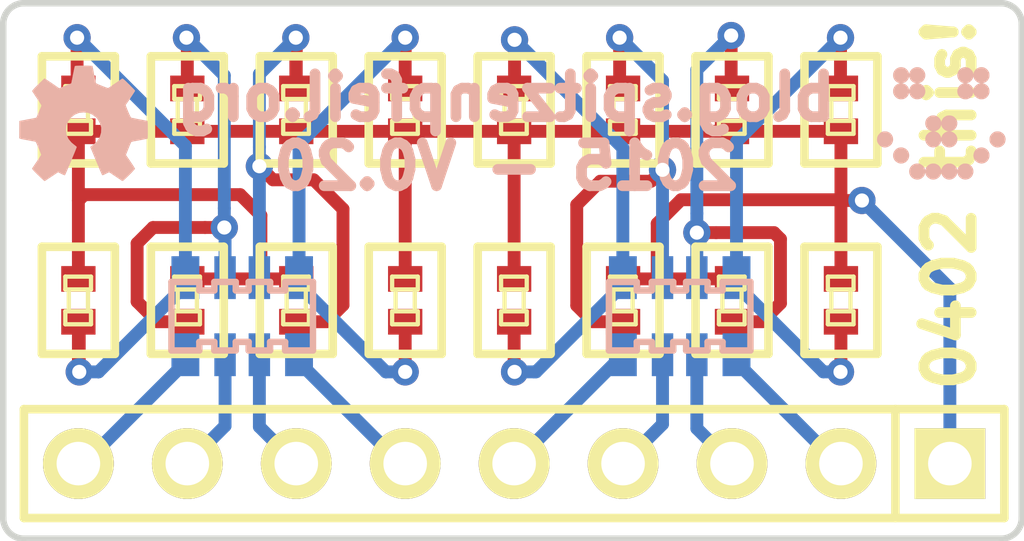
<source format=kicad_pcb>
(kicad_pcb (version 4) (host pcbnew "(2015-04-05 BZR 5576)-product")

  (general
    (links 40)
    (no_connects 0)
    (area 77.672857 80.514999 103.351401 95.08)
    (thickness 1.6)
    (drawings 14)
    (tracks 153)
    (zones 0)
    (modules 21)
    (nets 18)
  )

  (page A4)
  (title_block
    (title "0402 this!")
    (date "Tue 07 Apr 2015")
    (rev 0.20)
    (company "2015 - blog.spitzenpfeil.org")
  )

  (layers
    (0 Front signal)
    (31 Back signal)
    (34 B.Paste user)
    (35 F.Paste user)
    (36 B.SilkS user)
    (37 F.SilkS user)
    (38 B.Mask user)
    (39 F.Mask user)
    (44 Edge.Cuts user)
  )

  (setup
    (last_trace_width 0.3)
    (user_trace_width 0.254)
    (trace_clearance 0.3)
    (zone_clearance 0.2)
    (zone_45_only no)
    (trace_min 0.254)
    (segment_width 0.15)
    (edge_width 0.15)
    (via_size 0.635)
    (via_drill 0.3302)
    (via_min_size 0.635)
    (via_min_drill 0.3302)
    (uvia_size 0.508)
    (uvia_drill 0.127)
    (uvias_allowed no)
    (uvia_min_size 0.508)
    (uvia_min_drill 0.127)
    (pcb_text_width 0.3)
    (pcb_text_size 1 1)
    (mod_edge_width 0.15)
    (mod_text_size 1.016 1.016)
    (mod_text_width 0.2032)
    (pad_size 0.1 0.1)
    (pad_drill 0.01)
    (pad_to_mask_clearance 0)
    (pad_to_paste_clearance_ratio -0.1)
    (aux_axis_origin 0 0)
    (visible_elements FFFFFF7F)
    (pcbplotparams
      (layerselection 0x010fc_80000001)
      (usegerberextensions true)
      (excludeedgelayer true)
      (linewidth 0.150000)
      (plotframeref false)
      (viasonmask false)
      (mode 1)
      (useauxorigin false)
      (hpglpennumber 1)
      (hpglpenspeed 20)
      (hpglpendiameter 15)
      (hpglpenoverlay 2)
      (psnegative false)
      (psa4output false)
      (plotreference true)
      (plotvalue true)
      (plotinvisibletext false)
      (padsonsilk false)
      (subtractmaskfromsilk true)
      (outputformat 1)
      (mirror false)
      (drillshape 0)
      (scaleselection 1)
      (outputdirectory gerber_files/))
  )

  (net 0 "")
  (net 1 "Net-(D1-Pad1)")
  (net 2 "Net-(D1-Pad2)")
  (net 3 "Net-(D10-Pad1)")
  (net 4 "Net-(D11-Pad1)")
  (net 5 "Net-(D12-Pad1)")
  (net 6 "Net-(D13-Pad1)")
  (net 7 "Net-(D14-Pad1)")
  (net 8 "Net-(D15-Pad1)")
  (net 9 "Net-(D16-Pad1)")
  (net 10 "Net-(P1-Pad2)")
  (net 11 "Net-(P1-Pad3)")
  (net 12 "Net-(P1-Pad4)")
  (net 13 "Net-(P1-Pad5)")
  (net 14 "Net-(P1-Pad6)")
  (net 15 "Net-(P1-Pad7)")
  (net 16 "Net-(P1-Pad8)")
  (net 17 "Net-(P1-Pad9)")

  (net_class Default "This is the default net class."
    (clearance 0.3)
    (trace_width 0.3)
    (via_dia 0.635)
    (via_drill 0.3302)
    (uvia_dia 0.508)
    (uvia_drill 0.127)
    (add_net "Net-(D1-Pad1)")
    (add_net "Net-(D1-Pad2)")
    (add_net "Net-(D10-Pad1)")
    (add_net "Net-(D11-Pad1)")
    (add_net "Net-(D12-Pad1)")
    (add_net "Net-(D13-Pad1)")
    (add_net "Net-(D14-Pad1)")
    (add_net "Net-(D15-Pad1)")
    (add_net "Net-(D16-Pad1)")
    (add_net "Net-(P1-Pad2)")
    (add_net "Net-(P1-Pad3)")
    (add_net "Net-(P1-Pad4)")
    (add_net "Net-(P1-Pad5)")
    (add_net "Net-(P1-Pad6)")
    (add_net "Net-(P1-Pad7)")
    (add_net "Net-(P1-Pad8)")
    (add_net "Net-(P1-Pad9)")
  )

  (module LOGO (layer Back) (tedit 50C644C4) (tstamp 50C644A8)
    (at 81.4 83.5)
    (fp_text reference G2 (at 0 -1.59004) (layer B.SilkS) hide
      (effects (font (size 0.13462 0.13462) (thickness 0.0254)) (justify mirror))
    )
    (fp_text value LOGO (at 0 1.59004) (layer B.SilkS) hide
      (effects (font (size 0.13462 0.13462) (thickness 0.0254)) (justify mirror))
    )
    (fp_poly (pts (xy -0.90932 1.3462) (xy -0.89154 1.33858) (xy -0.85852 1.31572) (xy -0.80772 1.2827)
      (xy -0.7493 1.2446) (xy -0.68834 1.20396) (xy -0.64008 1.17094) (xy -0.60452 1.14808)
      (xy -0.59182 1.14046) (xy -0.5842 1.143) (xy -0.55626 1.15824) (xy -0.51562 1.17856)
      (xy -0.49022 1.19126) (xy -0.45212 1.2065) (xy -0.43434 1.21158) (xy -0.4318 1.2065)
      (xy -0.41656 1.17602) (xy -0.39624 1.12776) (xy -0.3683 1.06172) (xy -0.33528 0.98552)
      (xy -0.29972 0.90424) (xy -0.2667 0.82042) (xy -0.23368 0.74168) (xy -0.2032 0.66802)
      (xy -0.18034 0.6096) (xy -0.1651 0.56896) (xy -0.15748 0.55118) (xy -0.16002 0.54864)
      (xy -0.1778 0.53086) (xy -0.21082 0.50546) (xy -0.28194 0.44704) (xy -0.35306 0.36068)
      (xy -0.39624 0.26162) (xy -0.40894 0.14986) (xy -0.39878 0.04826) (xy -0.35814 -0.04826)
      (xy -0.28956 -0.13716) (xy -0.20574 -0.2032) (xy -0.10922 -0.24384) (xy 0 -0.25654)
      (xy 0.10414 -0.24638) (xy 0.2032 -0.20574) (xy 0.2921 -0.1397) (xy 0.3302 -0.09652)
      (xy 0.381 -0.00508) (xy 0.41148 0.0889) (xy 0.41402 0.11176) (xy 0.40894 0.21844)
      (xy 0.37846 0.32004) (xy 0.32258 0.40894) (xy 0.24638 0.4826) (xy 0.23622 0.49022)
      (xy 0.20066 0.51816) (xy 0.17526 0.53594) (xy 0.15748 0.55118) (xy 0.2921 0.87376)
      (xy 0.31242 0.92456) (xy 0.35052 1.01346) (xy 0.381 1.08966) (xy 0.40894 1.15062)
      (xy 0.42672 1.19126) (xy 0.43434 1.2065) (xy 0.43434 1.2065) (xy 0.44704 1.20904)
      (xy 0.4699 1.20142) (xy 0.51562 1.17856) (xy 0.5461 1.16332) (xy 0.57912 1.14808)
      (xy 0.59436 1.14046) (xy 0.6096 1.14808) (xy 0.64262 1.1684) (xy 0.68834 1.20142)
      (xy 0.74676 1.23952) (xy 0.80264 1.27762) (xy 0.85344 1.31064) (xy 0.889 1.33604)
      (xy 0.90678 1.34366) (xy 0.90932 1.34366) (xy 0.9271 1.33604) (xy 0.95504 1.31064)
      (xy 0.99822 1.27) (xy 1.06172 1.20904) (xy 1.07188 1.19888) (xy 1.12268 1.14808)
      (xy 1.16332 1.10236) (xy 1.19126 1.07188) (xy 1.20142 1.05918) (xy 1.20142 1.05918)
      (xy 1.19126 1.0414) (xy 1.1684 1.0033) (xy 1.13538 0.9525) (xy 1.09474 0.89154)
      (xy 0.98806 0.7366) (xy 1.04648 0.59182) (xy 1.06426 0.5461) (xy 1.08712 0.49022)
      (xy 1.1049 0.45212) (xy 1.11252 0.43434) (xy 1.1303 0.42926) (xy 1.1684 0.4191)
      (xy 1.22682 0.40894) (xy 1.29794 0.39624) (xy 1.36398 0.38354) (xy 1.4224 0.37084)
      (xy 1.46558 0.36322) (xy 1.4859 0.36068) (xy 1.49098 0.3556) (xy 1.49352 0.34798)
      (xy 1.49606 0.32766) (xy 1.4986 0.28956) (xy 1.4986 0.23368) (xy 1.4986 0.14986)
      (xy 1.4986 0.14224) (xy 1.4986 0.0635) (xy 1.49606 0) (xy 1.49352 -0.0381)
      (xy 1.49098 -0.05588) (xy 1.49098 -0.05588) (xy 1.4732 -0.06096) (xy 1.43002 -0.06858)
      (xy 1.3716 -0.08128) (xy 1.30048 -0.09398) (xy 1.2954 -0.09398) (xy 1.22428 -0.10922)
      (xy 1.16586 -0.12192) (xy 1.12268 -0.12954) (xy 1.1049 -0.13716) (xy 1.10236 -0.14224)
      (xy 1.08712 -0.17018) (xy 1.0668 -0.21336) (xy 1.04394 -0.2667) (xy 1.02108 -0.32258)
      (xy 1.00076 -0.37338) (xy 0.98806 -0.40894) (xy 0.98298 -0.42672) (xy 0.98298 -0.42672)
      (xy 0.99314 -0.4445) (xy 1.01854 -0.48006) (xy 1.0541 -0.53086) (xy 1.09474 -0.59182)
      (xy 1.09728 -0.5969) (xy 1.13792 -0.65786) (xy 1.17094 -0.70866) (xy 1.1938 -0.74422)
      (xy 1.20142 -0.75946) (xy 1.20142 -0.762) (xy 1.18872 -0.77978) (xy 1.15824 -0.8128)
      (xy 1.11252 -0.85852) (xy 1.06172 -0.91186) (xy 1.04394 -0.9271) (xy 0.98552 -0.98552)
      (xy 0.94488 -1.02108) (xy 0.91948 -1.0414) (xy 0.90932 -1.04648) (xy 0.90678 -1.04648)
      (xy 0.889 -1.03632) (xy 0.8509 -1.01092) (xy 0.8001 -0.97536) (xy 0.73914 -0.93472)
      (xy 0.7366 -0.93218) (xy 0.67564 -0.89154) (xy 0.62484 -0.85598) (xy 0.58928 -0.83312)
      (xy 0.57404 -0.8255) (xy 0.5715 -0.8255) (xy 0.54864 -0.83058) (xy 0.50546 -0.84582)
      (xy 0.45212 -0.86614) (xy 0.39624 -0.889) (xy 0.34544 -0.90932) (xy 0.30988 -0.9271)
      (xy 0.2921 -0.93726) (xy 0.28956 -0.93726) (xy 0.28448 -0.96012) (xy 0.27432 -1.00584)
      (xy 0.26162 -1.0668) (xy 0.24638 -1.14046) (xy 0.24384 -1.15062) (xy 0.23114 -1.22428)
      (xy 0.22098 -1.2827) (xy 0.21082 -1.32334) (xy 0.20828 -1.34112) (xy 0.19812 -1.34112)
      (xy 0.16256 -1.34366) (xy 0.10922 -1.3462) (xy 0.04318 -1.3462) (xy -0.02286 -1.3462)
      (xy -0.0889 -1.3462) (xy -0.14478 -1.34366) (xy -0.18542 -1.34112) (xy -0.2032 -1.33604)
      (xy -0.2032 -1.33604) (xy -0.20828 -1.31318) (xy -0.21844 -1.27) (xy -0.23114 -1.2065)
      (xy -0.24638 -1.13284) (xy -0.24892 -1.12014) (xy -0.26162 -1.04902) (xy -0.27432 -0.9906)
      (xy -0.28194 -0.94996) (xy -0.28702 -0.93472) (xy -0.2921 -0.93218) (xy -0.32258 -0.91694)
      (xy -0.37084 -0.89916) (xy -0.42926 -0.87376) (xy -0.56642 -0.81788) (xy -0.73406 -0.93472)
      (xy -0.7493 -0.94488) (xy -0.81026 -0.98552) (xy -0.86106 -1.01854) (xy -0.89662 -1.0414)
      (xy -0.90932 -1.04902) (xy -0.91186 -1.04902) (xy -0.9271 -1.03378) (xy -0.96012 -1.0033)
      (xy -1.00584 -0.95758) (xy -1.05918 -0.90678) (xy -1.09982 -0.86614) (xy -1.14554 -0.82042)
      (xy -1.17348 -0.7874) (xy -1.19126 -0.76708) (xy -1.19634 -0.75438) (xy -1.1938 -0.74676)
      (xy -1.18364 -0.72898) (xy -1.15824 -0.69342) (xy -1.12522 -0.64008) (xy -1.08458 -0.58166)
      (xy -1.04902 -0.53086) (xy -1.01346 -0.47498) (xy -0.9906 -0.43434) (xy -0.98044 -0.41656)
      (xy -0.98298 -0.4064) (xy -0.99568 -0.37338) (xy -1.016 -0.32512) (xy -1.0414 -0.26416)
      (xy -1.09982 -0.13208) (xy -1.18618 -0.1143) (xy -1.23952 -0.10414) (xy -1.31318 -0.09144)
      (xy -1.3843 -0.0762) (xy -1.49606 -0.05588) (xy -1.4986 0.34798) (xy -1.48082 0.3556)
      (xy -1.46558 0.36068) (xy -1.42494 0.37084) (xy -1.36652 0.381) (xy -1.29794 0.3937)
      (xy -1.23698 0.4064) (xy -1.17856 0.41656) (xy -1.13538 0.42418) (xy -1.1176 0.42926)
      (xy -1.11252 0.43434) (xy -1.09728 0.46482) (xy -1.07696 0.51054) (xy -1.0541 0.56388)
      (xy -1.0287 0.6223) (xy -1.00838 0.6731) (xy -0.99314 0.71374) (xy -0.98806 0.73406)
      (xy -0.99568 0.7493) (xy -1.01854 0.78486) (xy -1.05156 0.83566) (xy -1.0922 0.89408)
      (xy -1.13284 0.9525) (xy -1.16586 1.0033) (xy -1.19126 1.03886) (xy -1.19888 1.05664)
      (xy -1.1938 1.0668) (xy -1.17094 1.09474) (xy -1.12776 1.14046) (xy -1.06172 1.2065)
      (xy -1.04902 1.21666) (xy -0.99822 1.26746) (xy -0.9525 1.3081) (xy -0.92202 1.33604)
      (xy -0.90932 1.3462)) (layer B.SilkS) (width 0.00254))
  )

  (module LOGO (layer Back) (tedit 50C6431B) (tstamp 50C6431E)
    (at 101.4 83.5)
    (fp_text reference G1 (at 0 -1.7272) (layer B.SilkS) hide
      (effects (font (size 0.127 0.127) (thickness 0.00762)) (justify mirror))
    )
    (fp_text value LOGO (at 0 1.7272) (layer B.SilkS) hide
      (effects (font (size 0.0381 0.0381) (thickness 0.00762)) (justify mirror))
    )
    (fp_poly (pts (xy 0.56642 1.31064) (xy 0.60452 1.30556) (xy 0.63754 1.2954) (xy 0.65278 1.28778)
      (xy 0.6858 1.26492) (xy 0.7112 1.23698) (xy 0.72898 1.2065) (xy 0.74168 1.17094)
      (xy 0.7493 1.13538) (xy 0.74676 1.09728) (xy 0.73914 1.06172) (xy 0.72136 1.02616)
      (xy 0.7112 1.01092) (xy 0.69596 0.99314) (xy 0.67818 0.9779) (xy 0.66294 0.9652)
      (xy 0.65786 0.96266) (xy 0.62484 0.94742) (xy 0.59182 0.9398) (xy 0.55372 0.93726)
      (xy 0.54102 0.93726) (xy 0.5207 0.9398) (xy 0.50292 0.94488) (xy 0.4826 0.95504)
      (xy 0.45974 0.9652) (xy 0.42926 0.9906) (xy 0.4064 1.02108) (xy 0.38608 1.0541)
      (xy 0.381 1.06934) (xy 0.37592 1.08966) (xy 0.37338 1.10236) (xy 0.37338 1.1049)
      (xy 0.37338 1.1049) (xy 0.37338 1.09728) (xy 0.37338 1.09728) (xy 0.36576 1.07188)
      (xy 0.35814 1.04902) (xy 0.34544 1.02616) (xy 0.32512 0.99822) (xy 0.29718 0.97282)
      (xy 0.26416 0.9525) (xy 0.22606 0.9398) (xy 0.18796 0.93726) (xy 0.1778 0.93726)
      (xy 0.14732 0.9398) (xy 0.11938 0.94742) (xy 0.1143 0.94996) (xy 0.08128 0.96774)
      (xy 0.05334 0.9906) (xy 0.03048 1.02108) (xy 0.0127 1.05156) (xy 0.00254 1.08458)
      (xy 0.00254 1.08712) (xy 0 1.09474) (xy 0 1.09982) (xy 0 1.09982)
      (xy 0 1.09474) (xy -0.00254 1.08458) (xy -0.00254 1.08204) (xy -0.01524 1.04902)
      (xy -0.03302 1.016) (xy -0.05588 0.98806) (xy -0.07874 0.97028) (xy -0.11176 0.9525)
      (xy -0.14732 0.9398) (xy -0.18796 0.93726) (xy -0.2159 0.9398) (xy -0.25146 0.94742)
      (xy -0.28702 0.9652) (xy -0.3175 0.98806) (xy -0.34036 1.01854) (xy -0.34544 1.02362)
      (xy -0.35306 1.03632) (xy -0.35814 1.04902) (xy -0.36068 1.05664) (xy -0.3683 1.07442)
      (xy -0.37084 1.08966) (xy -0.37338 1.10236) (xy -0.37338 1.1049) (xy -0.37338 1.1049)
      (xy -0.37592 1.09728) (xy -0.37846 1.07696) (xy -0.38862 1.05156) (xy -0.39878 1.0287)
      (xy -0.42164 0.99822) (xy -0.45212 0.97282) (xy -0.48514 0.9525) (xy -0.5207 0.9398)
      (xy -0.5588 0.93726) (xy -0.59436 0.9398) (xy -0.63246 0.94996) (xy -0.66548 0.96774)
      (xy -0.69596 0.99314) (xy -0.7112 1.01092) (xy -0.7239 1.03124) (xy -0.7366 1.0541)
      (xy -0.74168 1.07442) (xy -0.7493 1.11252) (xy -0.74676 1.14808) (xy -0.73914 1.18364)
      (xy -0.7239 1.21666) (xy -0.70358 1.2446) (xy -0.67818 1.27) (xy -0.6477 1.29032)
      (xy -0.61468 1.30302) (xy -0.57658 1.31064) (xy -0.5715 1.31064) (xy -0.5334 1.31064)
      (xy -0.49784 1.30048) (xy -0.46482 1.28524) (xy -0.45212 1.27508) (xy -0.42672 1.25476)
      (xy -0.40386 1.22682) (xy -0.38862 1.19888) (xy -0.38608 1.18872) (xy -0.381 1.17348)
      (xy -0.37592 1.1557) (xy -0.37338 1.143) (xy -0.37338 1.13538) (xy -0.37338 1.143)
      (xy -0.37338 1.15062) (xy -0.3683 1.16586) (xy -0.36322 1.18618) (xy -0.35814 1.20142)
      (xy -0.34798 1.2192) (xy -0.32512 1.24968) (xy -0.29718 1.27508) (xy -0.26416 1.2954)
      (xy -0.22606 1.3081) (xy -0.22098 1.3081) (xy -0.19558 1.31064) (xy -0.16764 1.31064)
      (xy -0.14224 1.30556) (xy -0.11684 1.29794) (xy -0.08382 1.28016) (xy -0.0508 1.25476)
      (xy -0.0508 1.25222) (xy -0.02794 1.22682) (xy -0.0127 1.1938) (xy -0.00254 1.16332)
      (xy -0.00254 1.16078) (xy 0 1.15316) (xy 0 1.14808) (xy 0 1.15062)
      (xy 0.00254 1.15824) (xy 0.00254 1.16078) (xy 0.00762 1.1811) (xy 0.01524 1.20142)
      (xy 0.02794 1.22174) (xy 0.04318 1.2446) (xy 0.07112 1.27254) (xy 0.10414 1.29286)
      (xy 0.14224 1.30556) (xy 0.14732 1.3081) (xy 0.17272 1.31064) (xy 0.20066 1.31064)
      (xy 0.22606 1.3081) (xy 0.24638 1.30048) (xy 0.28194 1.28524) (xy 0.31242 1.26238)
      (xy 0.33782 1.23444) (xy 0.35814 1.20142) (xy 0.36068 1.19126) (xy 0.3683 1.17348)
      (xy 0.37084 1.1557) (xy 0.37338 1.143) (xy 0.37338 1.143) (xy 0.37338 1.143)
      (xy 0.37592 1.15062) (xy 0.37592 1.15062) (xy 0.381 1.17348) (xy 0.39116 1.19888)
      (xy 0.40132 1.22174) (xy 0.4064 1.22936) (xy 0.42926 1.2573) (xy 0.45974 1.28016)
      (xy 0.49276 1.29794) (xy 0.52832 1.3081) (xy 0.56642 1.31064)) (layer B.SilkS) (width 0.00254))
    (fp_poly (pts (xy -0.94742 0.93726) (xy -0.92456 0.93472) (xy -0.90424 0.93472) (xy -0.87884 0.9271)
      (xy -0.84328 0.91186) (xy -0.8128 0.889) (xy -0.7874 0.86106) (xy -0.76708 0.82804)
      (xy -0.75438 0.79248) (xy -0.7493 0.75438) (xy -0.75184 0.71628) (xy -0.762 0.68072)
      (xy -0.77724 0.6477) (xy -0.80264 0.61722) (xy -0.83312 0.59182) (xy -0.84074 0.58674)
      (xy -0.87884 0.5715) (xy -0.9144 0.56134) (xy -0.95504 0.56134) (xy -0.99314 0.56896)
      (xy -1.02362 0.58166) (xy -1.05664 0.60452) (xy -1.08204 0.63246) (xy -1.1049 0.66548)
      (xy -1.1176 0.70358) (xy -1.12268 0.72136) (xy -1.12268 0.74676) (xy -1.12268 0.76962)
      (xy -1.12014 0.78994) (xy -1.1176 0.79756) (xy -1.10236 0.83566) (xy -1.08204 0.86868)
      (xy -1.05156 0.89662) (xy -1.01854 0.91694) (xy -1.0033 0.92456) (xy -0.98044 0.93218)
      (xy -0.96012 0.93472) (xy -0.94742 0.93726)) (layer B.SilkS) (width 0.00254))
    (fp_poly (pts (xy 0.9398 0.93726) (xy 0.9779 0.93218) (xy 1.016 0.91948) (xy 1.05156 0.89662)
      (xy 1.05918 0.89154) (xy 1.08458 0.8636) (xy 1.1049 0.83058) (xy 1.1176 0.79502)
      (xy 1.12268 0.7747) (xy 1.12268 0.75184) (xy 1.12268 0.72644) (xy 1.12014 0.70866)
      (xy 1.1176 0.6985) (xy 1.10236 0.6604) (xy 1.08204 0.62992) (xy 1.0541 0.60198)
      (xy 1.02108 0.58166) (xy 0.98552 0.56896) (xy 0.94742 0.56134) (xy 0.93218 0.56134)
      (xy 0.89408 0.56642) (xy 0.85852 0.57658) (xy 0.82804 0.5969) (xy 0.8001 0.61976)
      (xy 0.77724 0.65024) (xy 0.762 0.68326) (xy 0.75184 0.71882) (xy 0.7493 0.75692)
      (xy 0.75184 0.77978) (xy 0.75692 0.8001) (xy 0.76454 0.82296) (xy 0.77978 0.8509)
      (xy 0.80264 0.88138) (xy 0.83312 0.90424) (xy 0.86614 0.92202) (xy 0.9017 0.93218)
      (xy 0.9398 0.93726)) (layer B.SilkS) (width 0.00254))
    (fp_poly (pts (xy -1.3208 0.56134) (xy -1.2954 0.56134) (xy -1.27254 0.55626) (xy -1.2446 0.54864)
      (xy -1.21158 0.53086) (xy -1.17856 0.50546) (xy -1.15824 0.4826) (xy -1.14046 0.44958)
      (xy -1.12776 0.41402) (xy -1.12522 0.39878) (xy -1.12522 0.37592) (xy -1.12522 0.35306)
      (xy -1.12776 0.33528) (xy -1.1303 0.32258) (xy -1.14554 0.28702) (xy -1.16586 0.254)
      (xy -1.1938 0.22606) (xy -1.22936 0.20574) (xy -1.24206 0.20066) (xy -1.26492 0.1905)
      (xy -1.29032 0.18796) (xy -1.31826 0.18796) (xy -1.33604 0.18796) (xy -1.35636 0.1905)
      (xy -1.37414 0.19558) (xy -1.39446 0.20574) (xy -1.40716 0.21336) (xy -1.43764 0.23622)
      (xy -1.46304 0.26416) (xy -1.48336 0.29972) (xy -1.49606 0.33782) (xy -1.49606 0.34544)
      (xy -1.4986 0.3683) (xy -1.4986 0.39116) (xy -1.49606 0.41148) (xy -1.49352 0.42418)
      (xy -1.47828 0.45974) (xy -1.45542 0.49276) (xy -1.43002 0.5207) (xy -1.39446 0.54102)
      (xy -1.3589 0.55626) (xy -1.3462 0.5588) (xy -1.3208 0.56134)) (layer B.SilkS) (width 0.00254))
    (fp_poly (pts (xy 0.18288 0.56134) (xy 0.21844 0.5588) (xy 0.254 0.54864) (xy 0.27686 0.53848)
      (xy 0.30734 0.51562) (xy 0.33528 0.48768) (xy 0.3556 0.45466) (xy 0.3683 0.4191)
      (xy 0.37084 0.41148) (xy 0.37338 0.381) (xy 0.37338 0.35306) (xy 0.36576 0.32004)
      (xy 0.35052 0.28194) (xy 0.32766 0.25146) (xy 0.29972 0.22606) (xy 0.2667 0.20574)
      (xy 0.2286 0.1905) (xy 0.20574 0.18542) (xy 0.21844 0.18288) (xy 0.22098 0.18288)
      (xy 0.24638 0.17526) (xy 0.27432 0.16256) (xy 0.30226 0.14732) (xy 0.3048 0.14224)
      (xy 0.33274 0.11684) (xy 0.35306 0.08382) (xy 0.36576 0.04826) (xy 0.37338 0.0127)
      (xy 0.37338 -0.02286) (xy 0.36322 -0.05842) (xy 0.34798 -0.09398) (xy 0.34798 -0.09652)
      (xy 0.32258 -0.127) (xy 0.29464 -0.1524) (xy 0.26416 -0.17018) (xy 0.2286 -0.18034)
      (xy 0.19304 -0.18542) (xy 0.15748 -0.18288) (xy 0.12192 -0.17526) (xy 0.0889 -0.15748)
      (xy 0.05588 -0.13462) (xy 0.04064 -0.11684) (xy 0.02286 -0.0889) (xy 0.00762 -0.06096)
      (xy 0.00254 -0.03302) (xy 0 -0.0254) (xy 0 -0.02286) (xy 0 -0.0254)
      (xy -0.00254 -0.03302) (xy -0.00762 -0.05842) (xy -0.02032 -0.08382) (xy -0.03556 -0.10922)
      (xy -0.04572 -0.12192) (xy -0.07366 -0.14732) (xy -0.10668 -0.16764) (xy -0.14224 -0.18034)
      (xy -0.18034 -0.18542) (xy -0.21844 -0.18288) (xy -0.2413 -0.1778) (xy -0.27686 -0.16256)
      (xy -0.30734 -0.14224) (xy -0.33528 -0.1143) (xy -0.3556 -0.08128) (xy -0.3683 -0.04318)
      (xy -0.37084 -0.0254) (xy -0.37338 0.0127) (xy -0.36576 0.04826) (xy -0.35306 0.08382)
      (xy -0.33274 0.11684) (xy -0.3048 0.14224) (xy -0.27178 0.1651) (xy -0.25654 0.17272)
      (xy -0.23876 0.1778) (xy -0.22352 0.18288) (xy -0.21082 0.18542) (xy -0.21082 0.18542)
      (xy -0.21082 0.18542) (xy -0.21844 0.18796) (xy -0.23622 0.19304) (xy -0.26162 0.2032)
      (xy -0.28448 0.21336) (xy -0.29464 0.22098) (xy -0.32004 0.24384) (xy -0.3429 0.26924)
      (xy -0.35814 0.29718) (xy -0.3683 0.3302) (xy -0.37338 0.36322) (xy -0.37338 0.39624)
      (xy -0.37084 0.40132) (xy -0.36068 0.44196) (xy -0.3429 0.47498) (xy -0.3175 0.50546)
      (xy -0.29718 0.52578) (xy -0.26416 0.5461) (xy -0.22606 0.55626) (xy -0.21336 0.5588)
      (xy -0.19304 0.56134) (xy -0.17018 0.5588) (xy -0.14986 0.5588) (xy -0.13462 0.55372)
      (xy -0.12192 0.55118) (xy -0.08636 0.5334) (xy -0.05588 0.508) (xy -0.03048 0.47752)
      (xy -0.02032 0.46228) (xy -0.01016 0.43688) (xy -0.00254 0.41148) (xy -0.00254 0.41148)
      (xy 0 0.40132) (xy 0 0.39878) (xy 0 0.39878) (xy 0 0.34798)
      (xy 0 0.34798) (xy 0 0.34544) (xy -0.00254 0.33528) (xy -0.00254 0.33274)
      (xy -0.01524 0.29972) (xy -0.03302 0.2667) (xy -0.05588 0.23876) (xy -0.08382 0.2159)
      (xy -0.11684 0.20066) (xy -0.11938 0.19812) (xy -0.13462 0.19304) (xy -0.14986 0.1905)
      (xy -0.16764 0.18542) (xy -0.1524 0.18288) (xy -0.12954 0.1778) (xy -0.09652 0.16256)
      (xy -0.06604 0.14224) (xy -0.0381 0.1143) (xy -0.01778 0.08382) (xy -0.0127 0.06858)
      (xy -0.00508 0.04826) (xy -0.00254 0.03302) (xy 0 0.0254) (xy 0 0.02286)
      (xy 0 0.0254) (xy 0.00254 0.03302) (xy 0.00508 0.04572) (xy 0.01016 0.06604)
      (xy 0.01778 0.08382) (xy 0.03048 0.10414) (xy 0.05588 0.13208) (xy 0.08382 0.15494)
      (xy 0.11684 0.17272) (xy 0.1524 0.18288) (xy 0.16764 0.18542) (xy 0.1524 0.1905)
      (xy 0.14986 0.1905) (xy 0.13208 0.19304) (xy 0.11684 0.20066) (xy 0.1143 0.20066)
      (xy 0.08128 0.21844) (xy 0.05334 0.2413) (xy 0.03048 0.26924) (xy 0.0127 0.30226)
      (xy 0.00254 0.33528) (xy 0.00254 0.33528) (xy 0 0.34544) (xy 0 0.34798)
      (xy 0 0.39878) (xy 0 0.39878) (xy 0 0.40386) (xy 0.00254 0.41148)
      (xy 0.01016 0.43688) (xy 0.0254 0.4699) (xy 0.04826 0.50038) (xy 0.0762 0.52578)
      (xy 0.10922 0.54356) (xy 0.10922 0.54356) (xy 0.14478 0.55626) (xy 0.18288 0.56134)) (layer B.SilkS) (width 0.00254))
    (fp_poly (pts (xy 1.29794 0.56134) (xy 1.32842 0.56134) (xy 1.35636 0.55626) (xy 1.37414 0.55118)
      (xy 1.4097 0.5334) (xy 1.44018 0.51054) (xy 1.46558 0.4826) (xy 1.48336 0.44958)
      (xy 1.49352 0.41402) (xy 1.4986 0.37338) (xy 1.4986 0.35814) (xy 1.49098 0.32004)
      (xy 1.47574 0.28448) (xy 1.45288 0.24892) (xy 1.44526 0.24384) (xy 1.41986 0.22098)
      (xy 1.38938 0.2032) (xy 1.35636 0.1905) (xy 1.35382 0.1905) (xy 1.32588 0.18796)
      (xy 1.2954 0.18796) (xy 1.26746 0.1905) (xy 1.2573 0.19304) (xy 1.22174 0.20828)
      (xy 1.19126 0.23114) (xy 1.16586 0.25654) (xy 1.14554 0.28702) (xy 1.1303 0.32004)
      (xy 1.12522 0.35814) (xy 1.12522 0.39624) (xy 1.13284 0.43434) (xy 1.14554 0.46228)
      (xy 1.1684 0.49276) (xy 1.19634 0.5207) (xy 1.22682 0.54102) (xy 1.26492 0.55626)
      (xy 1.26746 0.55626) (xy 1.29794 0.56134)) (layer B.SilkS) (width 0.00254))
    (fp_poly (pts (xy -0.55626 -0.56134) (xy -0.51816 -0.56642) (xy -0.4826 -0.57912) (xy -0.46482 -0.58674)
      (xy -0.44958 -0.59944) (xy -0.4318 -0.61468) (xy -0.41148 -0.635) (xy -0.39116 -0.66802)
      (xy -0.37846 -0.70358) (xy -0.37592 -0.71374) (xy -0.37338 -0.73914) (xy -0.37338 -0.76454)
      (xy -0.37846 -0.7874) (xy -0.38862 -0.82042) (xy -0.40386 -0.85344) (xy -0.42672 -0.88138)
      (xy -0.4318 -0.88392) (xy -0.44958 -0.89916) (xy -0.4699 -0.91186) (xy -0.48768 -0.92202)
      (xy -0.4953 -0.92456) (xy -0.51054 -0.92964) (xy -0.52578 -0.93218) (xy -0.53594 -0.93472)
      (xy -0.54356 -0.93472) (xy -0.53594 -0.93726) (xy -0.52578 -0.9398) (xy -0.51562 -0.94234)
      (xy -0.50038 -0.94488) (xy -0.47244 -0.96012) (xy -0.4445 -0.97536) (xy -0.42418 -0.99568)
      (xy -0.4191 -1.00076) (xy -0.39624 -1.03378) (xy -0.381 -1.06934) (xy -0.37338 -1.1049)
      (xy -0.37338 -1.143) (xy -0.37592 -1.15316) (xy -0.38608 -1.19126) (xy -0.40386 -1.22428)
      (xy -0.42926 -1.2573) (xy -0.45212 -1.27508) (xy -0.48514 -1.2954) (xy -0.5207 -1.3081)
      (xy -0.52832 -1.3081) (xy -0.55372 -1.31064) (xy -0.57912 -1.31064) (xy -0.60452 -1.30556)
      (xy -0.62484 -1.30048) (xy -0.6604 -1.2827) (xy -0.69088 -1.25984) (xy -0.71374 -1.2319)
      (xy -0.73406 -1.19888) (xy -0.74422 -1.16332) (xy -0.74676 -1.15824) (xy -0.7493 -1.15062)
      (xy -0.7493 -1.14554) (xy -0.75184 -1.15062) (xy -0.75184 -1.15824) (xy -0.75438 -1.17348)
      (xy -0.762 -1.19126) (xy -0.76708 -1.2065) (xy -0.7747 -1.21666) (xy -0.79756 -1.24968)
      (xy -0.8255 -1.27508) (xy -0.85852 -1.2954) (xy -0.89408 -1.30556) (xy -0.93472 -1.31064)
      (xy -0.9652 -1.3081) (xy -1.00076 -1.30048) (xy -1.03378 -1.2827) (xy -1.0541 -1.27)
      (xy -1.08204 -1.24206) (xy -1.10236 -1.21158) (xy -1.1176 -1.17602) (xy -1.12268 -1.14046)
      (xy -1.12268 -1.10236) (xy -1.11506 -1.0668) (xy -1.09982 -1.03124) (xy -1.07696 -1.00076)
      (xy -1.04902 -0.97282) (xy -1.01346 -0.9525) (xy -0.97536 -0.9398) (xy -0.95504 -0.93472)
      (xy -0.96774 -0.93472) (xy -0.97536 -0.93218) (xy -1.00584 -0.92456) (xy -1.03378 -0.90932)
      (xy -1.06172 -0.889) (xy -1.08458 -0.86614) (xy -1.09728 -0.84582) (xy -1.10998 -0.82042)
      (xy -1.1176 -0.79502) (xy -1.12268 -0.7747) (xy -1.12268 -0.75184) (xy -1.12268 -0.72644)
      (xy -1.12014 -0.70866) (xy -1.11252 -0.6858) (xy -1.09474 -0.65024) (xy -1.07188 -0.61976)
      (xy -1.0414 -0.59436) (xy -1.00838 -0.57404) (xy -0.96774 -0.56388) (xy -0.95758 -0.56134)
      (xy -0.93472 -0.56134) (xy -0.91186 -0.56388) (xy -0.889 -0.56642) (xy -0.87376 -0.5715)
      (xy -0.8382 -0.58928) (xy -0.80772 -0.61214) (xy -0.78232 -0.64008) (xy -0.76454 -0.6731)
      (xy -0.75184 -0.7112) (xy -0.75184 -0.71374) (xy -0.7493 -0.7239) (xy -0.7493 -0.72136)
      (xy -0.7493 -0.7747) (xy -0.7493 -0.7747) (xy -0.75184 -0.78232) (xy -0.75184 -0.78486)
      (xy -0.75946 -0.81026) (xy -0.76962 -0.83566) (xy -0.78486 -0.86106) (xy -0.79756 -0.87376)
      (xy -0.8255 -0.9017) (xy -0.86106 -0.91948) (xy -0.89916 -0.93218) (xy -0.91694 -0.93726)
      (xy -0.90424 -0.9398) (xy -0.89154 -0.94234) (xy -0.88138 -0.94488) (xy -0.87376 -0.94742)
      (xy -0.8382 -0.96266) (xy -0.80772 -0.98806) (xy -0.78232 -1.016) (xy -0.76454 -1.04902)
      (xy -0.75184 -1.08458) (xy -0.75184 -1.0922) (xy -0.7493 -1.09728) (xy -0.74676 -1.09474)
      (xy -0.74422 -1.08458) (xy -0.74422 -1.08204) (xy -0.73914 -1.06172) (xy -0.72898 -1.0414)
      (xy -0.71882 -1.02108) (xy -0.70866 -1.00838) (xy -0.69088 -0.9906) (xy -0.6731 -0.97282)
      (xy -0.65532 -0.96012) (xy -0.65278 -0.96012) (xy -0.62484 -0.94742) (xy -0.59436 -0.9398)
      (xy -0.58166 -0.93726) (xy -0.5969 -0.93218) (xy -0.62992 -0.92456) (xy -0.66294 -0.90678)
      (xy -0.69342 -0.88392) (xy -0.71628 -0.85598) (xy -0.72136 -0.84582) (xy -0.73152 -0.82804)
      (xy -0.73914 -0.80772) (xy -0.74422 -0.78994) (xy -0.74676 -0.77724) (xy -0.74676 -0.77724)
      (xy -0.7493 -0.7747) (xy -0.7493 -0.72136) (xy -0.74676 -0.72136) (xy -0.74676 -0.71374)
      (xy -0.74422 -0.70358) (xy -0.73914 -0.69088) (xy -0.73152 -0.6731) (xy -0.71374 -0.64008)
      (xy -0.68834 -0.61214) (xy -0.6604 -0.58928) (xy -0.62738 -0.57404) (xy -0.59182 -0.56388)
      (xy -0.55626 -0.56134)) (layer B.SilkS) (width 0.00254))
    (fp_poly (pts (xy 0.5715 -0.56134) (xy 0.60706 -0.56642) (xy 0.64262 -0.57912) (xy 0.67564 -0.59944)
      (xy 0.70104 -0.62484) (xy 0.7239 -0.65532) (xy 0.73914 -0.69088) (xy 0.74422 -0.70358)
      (xy 0.74676 -0.71374) (xy 0.74676 -0.71628) (xy 0.7493 -0.7239) (xy 0.7493 -0.7239)
      (xy 0.7493 -0.7747) (xy 0.74676 -0.77978) (xy 0.74422 -0.79248) (xy 0.7366 -0.81534)
      (xy 0.72136 -0.84836) (xy 0.6985 -0.87884) (xy 0.66802 -0.9017) (xy 0.635 -0.92202)
      (xy 0.59944 -0.93218) (xy 0.58166 -0.93726) (xy 0.59436 -0.9398) (xy 0.59436 -0.9398)
      (xy 0.62484 -0.94742) (xy 0.65532 -0.96012) (xy 0.66548 -0.96774) (xy 0.6858 -0.98552)
      (xy 0.70358 -1.0033) (xy 0.71882 -1.02108) (xy 0.72644 -1.03632) (xy 0.73914 -1.06172)
      (xy 0.74422 -1.08204) (xy 0.74676 -1.0922) (xy 0.7493 -1.09728) (xy 0.7493 -1.09474)
      (xy 0.75184 -1.08458) (xy 0.75946 -1.05918) (xy 0.77724 -1.02362) (xy 0.80264 -0.99314)
      (xy 0.83058 -0.97028) (xy 0.8636 -0.94996) (xy 0.90424 -0.9398) (xy 0.91694 -0.93726)
      (xy 0.89916 -0.93218) (xy 0.88138 -0.9271) (xy 0.84582 -0.91186) (xy 0.8128 -0.889)
      (xy 0.7874 -0.86106) (xy 0.77724 -0.8509) (xy 0.76962 -0.83312) (xy 0.75946 -0.8128)
      (xy 0.75438 -0.8001) (xy 0.75184 -0.78486) (xy 0.75184 -0.78486) (xy 0.7493 -0.77724)
      (xy 0.7493 -0.7747) (xy 0.7493 -0.7239) (xy 0.7493 -0.72136) (xy 0.75184 -0.7112)
      (xy 0.75438 -0.6985) (xy 0.76708 -0.67056) (xy 0.77978 -0.64516) (xy 0.79248 -0.62992)
      (xy 0.82042 -0.60198) (xy 0.85344 -0.58166) (xy 0.89154 -0.56642) (xy 0.90678 -0.56388)
      (xy 0.93218 -0.56134) (xy 0.96012 -0.56388) (xy 0.98298 -0.56642) (xy 0.98552 -0.56642)
      (xy 1.02362 -0.58166) (xy 1.05664 -0.60452) (xy 1.08204 -0.63246) (xy 1.1049 -0.66548)
      (xy 1.1176 -0.70358) (xy 1.12268 -0.71882) (xy 1.12268 -0.74676) (xy 1.12268 -0.77216)
      (xy 1.1176 -0.79502) (xy 1.11252 -0.81534) (xy 1.09982 -0.84074) (xy 1.08458 -0.86614)
      (xy 1.0668 -0.88392) (xy 1.04394 -0.9017) (xy 1.01854 -0.91694) (xy 1.01092 -0.92202)
      (xy 0.99314 -0.9271) (xy 0.97536 -0.93218) (xy 0.96266 -0.93472) (xy 0.96012 -0.93472)
      (xy 0.9652 -0.93726) (xy 0.97536 -0.9398) (xy 0.99822 -0.94742) (xy 1.02108 -0.95758)
      (xy 1.0414 -0.96774) (xy 1.04648 -0.97282) (xy 1.07188 -0.99314) (xy 1.0922 -1.02108)
      (xy 1.10744 -1.04902) (xy 1.11506 -1.06172) (xy 1.12268 -1.09982) (xy 1.12268 -1.13792)
      (xy 1.1176 -1.17602) (xy 1.11506 -1.18364) (xy 1.09728 -1.2192) (xy 1.07442 -1.24968)
      (xy 1.04648 -1.27508) (xy 1.01346 -1.2954) (xy 0.97536 -1.3081) (xy 0.97028 -1.3081)
      (xy 0.94488 -1.31064) (xy 0.91694 -1.31064) (xy 0.89408 -1.30556) (xy 0.88646 -1.30556)
      (xy 0.8509 -1.29032) (xy 0.81788 -1.27) (xy 0.78994 -1.23952) (xy 0.76708 -1.2065)
      (xy 0.762 -1.19634) (xy 0.75692 -1.17856) (xy 0.75184 -1.16332) (xy 0.75184 -1.15062)
      (xy 0.75184 -1.14808) (xy 0.7493 -1.14808) (xy 0.74676 -1.15316) (xy 0.74422 -1.16332)
      (xy 0.73914 -1.18872) (xy 0.72136 -1.22174) (xy 0.6985 -1.24968) (xy 0.67056 -1.27508)
      (xy 0.63754 -1.2954) (xy 0.63754 -1.2954) (xy 0.60452 -1.30556) (xy 0.56642 -1.31064)
      (xy 0.52832 -1.3081) (xy 0.49276 -1.29794) (xy 0.47244 -1.28778) (xy 0.43942 -1.26746)
      (xy 0.41402 -1.23952) (xy 0.3937 -1.2065) (xy 0.37846 -1.1684) (xy 0.37846 -1.16078)
      (xy 0.37338 -1.1303) (xy 0.37592 -1.10236) (xy 0.38354 -1.0668) (xy 0.39878 -1.03124)
      (xy 0.42164 -1.00076) (xy 0.44958 -0.97282) (xy 0.4826 -0.9525) (xy 0.5207 -0.9398)
      (xy 0.52832 -0.93726) (xy 0.53594 -0.93472) (xy 0.53594 -0.93472) (xy 0.52578 -0.93472)
      (xy 0.50292 -0.9271) (xy 0.48006 -0.91694) (xy 0.4572 -0.90424) (xy 0.43688 -0.889)
      (xy 0.41148 -0.86106) (xy 0.39116 -0.8255) (xy 0.38862 -0.82042) (xy 0.37592 -0.78486)
      (xy 0.37338 -0.74676) (xy 0.37846 -0.70612) (xy 0.39116 -0.67056) (xy 0.39878 -0.65278)
      (xy 0.41148 -0.63754) (xy 0.42672 -0.61976) (xy 0.42672 -0.61722) (xy 0.4572 -0.59182)
      (xy 0.49276 -0.57404) (xy 0.52832 -0.56388) (xy 0.5334 -0.56388) (xy 0.5715 -0.56134)) (layer B.SilkS) (width 0.00254))
  )

  (module SIL-Headers:SIL-9 (layer Front) (tedit 55230E8A) (tstamp 50C627EA)
    (at 91.44 91.44 180)
    (tags "CONN DEV")
    (path /50C62311)
    (fp_text reference P1 (at 0 -2.54 180) (layer F.SilkS) hide
      (effects (font (size 1 1) (thickness 0.2)))
    )
    (fp_text value CONN_9 (at 0 2.54 180) (layer F.SilkS) hide
      (effects (font (size 1 1) (thickness 0.2)))
    )
    (fp_line (start 11.43 -1.27) (end 11.43 1.27) (layer F.SilkS) (width 0.2))
    (fp_line (start 11.43 1.27) (end -11.43 1.27) (layer F.SilkS) (width 0.2))
    (fp_line (start -11.43 1.27) (end -11.43 -1.27) (layer F.SilkS) (width 0.2))
    (fp_line (start 11.43 -1.27) (end -11.43 -1.27) (layer F.SilkS) (width 0.2))
    (fp_line (start -8.89 -1.27) (end -8.89 1.27) (layer F.SilkS) (width 0.2))
    (pad 1 thru_hole rect (at -10.16 0 180) (size 1.65 1.65) (drill 1.016) (layers *.Cu *.Mask F.SilkS)
      (net 1 "Net-(D1-Pad1)"))
    (pad 2 thru_hole circle (at -7.62 0 180) (size 1.65 1.65) (drill 1.016) (layers *.Cu *.Mask F.SilkS)
      (net 10 "Net-(P1-Pad2)"))
    (pad 3 thru_hole circle (at -5.08 0 180) (size 1.65 1.65) (drill 1.016) (layers *.Cu *.Mask F.SilkS)
      (net 11 "Net-(P1-Pad3)"))
    (pad 4 thru_hole circle (at -2.54 0 180) (size 1.65 1.65) (drill 1.016) (layers *.Cu *.Mask F.SilkS)
      (net 12 "Net-(P1-Pad4)"))
    (pad 5 thru_hole circle (at 0 0 180) (size 1.65 1.65) (drill 1.016) (layers *.Cu *.Mask F.SilkS)
      (net 13 "Net-(P1-Pad5)"))
    (pad 6 thru_hole circle (at 2.54 0 180) (size 1.65 1.65) (drill 1.016) (layers *.Cu *.Mask F.SilkS)
      (net 14 "Net-(P1-Pad6)"))
    (pad 7 thru_hole circle (at 5.08 0 180) (size 1.65 1.65) (drill 1.016) (layers *.Cu *.Mask F.SilkS)
      (net 15 "Net-(P1-Pad7)"))
    (pad 8 thru_hole circle (at 7.62 0 180) (size 1.65 1.65) (drill 1.016) (layers *.Cu *.Mask F.SilkS)
      (net 16 "Net-(P1-Pad8)"))
    (pad 9 thru_hole circle (at 10.16 0 180) (size 1.65 1.65) (drill 1.016) (layers *.Cu *.Mask F.SilkS)
      (net 17 "Net-(P1-Pad9)"))
  )

  (module my_parts:MADW__1206x4_resistor_array (layer Back) (tedit 55230FB6) (tstamp 5120CE32)
    (at 85.1 88 180)
    (path /5120CCDC)
    (fp_text reference RP1 (at 0 2.5 180) (layer B.SilkS) hide
      (effects (font (size 1 1) (thickness 0.2)) (justify mirror))
    )
    (fp_text value 1k (at 0 -2.6 180) (layer B.SilkS) hide
      (effects (font (size 1 1) (thickness 0.2)) (justify mirror))
    )
    (fp_line (start 1 -0.8) (end 1.65 -0.8) (layer B.SilkS) (width 0.15))
    (fp_line (start 0.15 -0.8) (end 0.65 -0.8) (layer B.SilkS) (width 0.15))
    (fp_line (start -0.65 -0.8) (end -0.15 -0.8) (layer B.SilkS) (width 0.15))
    (fp_line (start -1.65 -0.8) (end -1 -0.8) (layer B.SilkS) (width 0.15))
    (fp_line (start 1 0.8) (end 1.65 0.8) (layer B.SilkS) (width 0.15))
    (fp_line (start 0.15 0.8) (end 0.65 0.8) (layer B.SilkS) (width 0.15))
    (fp_line (start -0.65 0.8) (end -0.15 0.8) (layer B.SilkS) (width 0.15))
    (fp_line (start -1.65 0.8) (end -1 0.8) (layer B.SilkS) (width 0.15))
    (fp_line (start 0.65 -0.8) (end 0.65 -0.6) (layer B.SilkS) (width 0.15))
    (fp_line (start 0.65 -0.6) (end 1 -0.6) (layer B.SilkS) (width 0.15))
    (fp_line (start 1 -0.6) (end 1 -0.8) (layer B.SilkS) (width 0.15))
    (fp_line (start -0.15 -0.8) (end -0.15 -0.6) (layer B.SilkS) (width 0.15))
    (fp_line (start -0.15 -0.6) (end 0.15 -0.6) (layer B.SilkS) (width 0.15))
    (fp_line (start 0.15 -0.6) (end 0.15 -0.8) (layer B.SilkS) (width 0.15))
    (fp_line (start -1 -0.8) (end -1 -0.6) (layer B.SilkS) (width 0.15))
    (fp_line (start -1 -0.6) (end -0.65 -0.6) (layer B.SilkS) (width 0.15))
    (fp_line (start -0.65 -0.6) (end -0.65 -0.8) (layer B.SilkS) (width 0.15))
    (fp_line (start 0.65 0.8) (end 0.65 0.6) (layer B.SilkS) (width 0.15))
    (fp_line (start 0.65 0.6) (end 1 0.6) (layer B.SilkS) (width 0.15))
    (fp_line (start 1 0.6) (end 1 0.8) (layer B.SilkS) (width 0.15))
    (fp_line (start -0.15 0.8) (end -0.15 0.6) (layer B.SilkS) (width 0.15))
    (fp_line (start -0.15 0.6) (end 0.15 0.6) (layer B.SilkS) (width 0.15))
    (fp_line (start 0.15 0.6) (end 0.15 0.8) (layer B.SilkS) (width 0.15))
    (fp_line (start -1 0.8) (end -1 0.6) (layer B.SilkS) (width 0.15))
    (fp_line (start -1 0.6) (end -0.65 0.6) (layer B.SilkS) (width 0.15))
    (fp_line (start -0.65 0.6) (end -0.65 0.8) (layer B.SilkS) (width 0.15))
    (fp_line (start 1.65 0.8) (end 1.65 -0.8) (layer B.SilkS) (width 0.15))
    (fp_line (start -1.65 -0.8) (end -1.65 0.8) (layer B.SilkS) (width 0.15))
    (pad 8 smd rect (at -1.325 0.9 180) (size 0.65 1) (layers Back B.Paste B.Mask)
      (net 5 "Net-(D12-Pad1)"))
    (pad 7 smd rect (at -0.4 0.9 180) (size 0.5 1) (layers Back B.Paste B.Mask)
      (net 4 "Net-(D11-Pad1)"))
    (pad 6 smd rect (at 0.4 0.9 180) (size 0.5 1) (layers Back B.Paste B.Mask)
      (net 3 "Net-(D10-Pad1)"))
    (pad 5 smd rect (at 1.325 0.9 180) (size 0.65 1) (layers Back B.Paste B.Mask)
      (net 2 "Net-(D1-Pad2)"))
    (pad 1 smd rect (at -1.325 -0.9 180) (size 0.65 1) (layers Back B.Paste B.Mask)
      (net 14 "Net-(P1-Pad6)"))
    (pad 2 smd rect (at -0.4 -0.9 180) (size 0.5 1) (layers Back B.Paste B.Mask)
      (net 15 "Net-(P1-Pad7)"))
    (pad 3 smd rect (at 0.4 -0.9 180) (size 0.5 1) (layers Back B.Paste B.Mask)
      (net 16 "Net-(P1-Pad8)"))
    (pad 4 smd rect (at 1.325 -0.9 180) (size 0.65 1) (layers Back B.Paste B.Mask)
      (net 17 "Net-(P1-Pad9)"))
  )

  (module my_parts:MADW__1206x4_resistor_array (layer Back) (tedit 55230FBF) (tstamp 5120D39C)
    (at 95.3 88 180)
    (path /5120CD13)
    (fp_text reference RP2 (at 0 2.5 180) (layer B.SilkS) hide
      (effects (font (size 1 1) (thickness 0.2)) (justify mirror))
    )
    (fp_text value 1k (at 0 -2.6 180) (layer B.SilkS) hide
      (effects (font (size 1 1) (thickness 0.2)) (justify mirror))
    )
    (fp_line (start 1 -0.8) (end 1.65 -0.8) (layer B.SilkS) (width 0.15))
    (fp_line (start 0.15 -0.8) (end 0.65 -0.8) (layer B.SilkS) (width 0.15))
    (fp_line (start -0.65 -0.8) (end -0.15 -0.8) (layer B.SilkS) (width 0.15))
    (fp_line (start -1.65 -0.8) (end -1 -0.8) (layer B.SilkS) (width 0.15))
    (fp_line (start 1 0.8) (end 1.65 0.8) (layer B.SilkS) (width 0.15))
    (fp_line (start 0.15 0.8) (end 0.65 0.8) (layer B.SilkS) (width 0.15))
    (fp_line (start -0.65 0.8) (end -0.15 0.8) (layer B.SilkS) (width 0.15))
    (fp_line (start -1.65 0.8) (end -1 0.8) (layer B.SilkS) (width 0.15))
    (fp_line (start 0.65 -0.8) (end 0.65 -0.6) (layer B.SilkS) (width 0.15))
    (fp_line (start 0.65 -0.6) (end 1 -0.6) (layer B.SilkS) (width 0.15))
    (fp_line (start 1 -0.6) (end 1 -0.8) (layer B.SilkS) (width 0.15))
    (fp_line (start -0.15 -0.8) (end -0.15 -0.6) (layer B.SilkS) (width 0.15))
    (fp_line (start -0.15 -0.6) (end 0.15 -0.6) (layer B.SilkS) (width 0.15))
    (fp_line (start 0.15 -0.6) (end 0.15 -0.8) (layer B.SilkS) (width 0.15))
    (fp_line (start -1 -0.8) (end -1 -0.6) (layer B.SilkS) (width 0.15))
    (fp_line (start -1 -0.6) (end -0.65 -0.6) (layer B.SilkS) (width 0.15))
    (fp_line (start -0.65 -0.6) (end -0.65 -0.8) (layer B.SilkS) (width 0.15))
    (fp_line (start 0.65 0.8) (end 0.65 0.6) (layer B.SilkS) (width 0.15))
    (fp_line (start 0.65 0.6) (end 1 0.6) (layer B.SilkS) (width 0.15))
    (fp_line (start 1 0.6) (end 1 0.8) (layer B.SilkS) (width 0.15))
    (fp_line (start -0.15 0.8) (end -0.15 0.6) (layer B.SilkS) (width 0.15))
    (fp_line (start -0.15 0.6) (end 0.15 0.6) (layer B.SilkS) (width 0.15))
    (fp_line (start 0.15 0.6) (end 0.15 0.8) (layer B.SilkS) (width 0.15))
    (fp_line (start -1 0.8) (end -1 0.6) (layer B.SilkS) (width 0.15))
    (fp_line (start -1 0.6) (end -0.65 0.6) (layer B.SilkS) (width 0.15))
    (fp_line (start -0.65 0.6) (end -0.65 0.8) (layer B.SilkS) (width 0.15))
    (fp_line (start 1.65 0.8) (end 1.65 -0.8) (layer B.SilkS) (width 0.15))
    (fp_line (start -1.65 -0.8) (end -1.65 0.8) (layer B.SilkS) (width 0.15))
    (pad 8 smd rect (at -1.325 0.9 180) (size 0.65 1) (layers Back B.Paste B.Mask)
      (net 9 "Net-(D16-Pad1)"))
    (pad 7 smd rect (at -0.4 0.9 180) (size 0.5 1) (layers Back B.Paste B.Mask)
      (net 8 "Net-(D15-Pad1)"))
    (pad 6 smd rect (at 0.4 0.9 180) (size 0.5 1) (layers Back B.Paste B.Mask)
      (net 7 "Net-(D14-Pad1)"))
    (pad 5 smd rect (at 1.325 0.9 180) (size 0.65 1) (layers Back B.Paste B.Mask)
      (net 6 "Net-(D13-Pad1)"))
    (pad 1 smd rect (at -1.325 -0.9 180) (size 0.65 1) (layers Back B.Paste B.Mask)
      (net 10 "Net-(P1-Pad2)"))
    (pad 2 smd rect (at -0.4 -0.9 180) (size 0.5 1) (layers Back B.Paste B.Mask)
      (net 11 "Net-(P1-Pad3)"))
    (pad 3 smd rect (at 0.4 -0.9 180) (size 0.5 1) (layers Back B.Paste B.Mask)
      (net 12 "Net-(P1-Pad4)"))
    (pad 4 smd rect (at 1.325 -0.9 180) (size 0.65 1) (layers Back B.Paste B.Mask)
      (net 13 "Net-(P1-Pad5)"))
  )

  (module my_parts:MADW__R0402 (layer Front) (tedit 55231020) (tstamp 50C62A2C)
    (at 86.36 83.185 270)
    (descr RESISTOR)
    (tags RESISTOR)
    (path /50C63646)
    (attr smd)
    (fp_text reference D11 (at 0 -1.75 270) (layer F.SilkS) hide
      (effects (font (size 1 1) (thickness 0.2)))
    )
    (fp_text value LED (at 0 1.85 270) (layer F.SilkS) hide
      (effects (font (size 1 1) (thickness 0.2)))
    )
    (fp_line (start -1.25 -0.85) (end 1.25 -0.85) (layer F.SilkS) (width 0.2))
    (fp_line (start 1.25 -0.85) (end 1.25 0.85) (layer F.SilkS) (width 0.2))
    (fp_line (start 1.25 0.85) (end -1.25 0.85) (layer F.SilkS) (width 0.2))
    (fp_line (start -1.25 0.85) (end -1.25 -0.85) (layer F.SilkS) (width 0.2))
    (fp_line (start -0.55372 0.3048) (end -0.254 0.3048) (layer F.SilkS) (width 0.1))
    (fp_line (start -0.254 0.3048) (end -0.254 -0.29464) (layer F.SilkS) (width 0.1))
    (fp_line (start -0.55372 -0.29464) (end -0.254 -0.29464) (layer F.SilkS) (width 0.1))
    (fp_line (start -0.55372 0.3048) (end -0.55372 -0.29464) (layer F.SilkS) (width 0.1))
    (fp_line (start 0.25654 0.3048) (end 0.5588 0.3048) (layer F.SilkS) (width 0.1))
    (fp_line (start 0.5588 0.3048) (end 0.5588 -0.29464) (layer F.SilkS) (width 0.1))
    (fp_line (start 0.25654 -0.29464) (end 0.5588 -0.29464) (layer F.SilkS) (width 0.1))
    (fp_line (start 0.25654 0.3048) (end 0.25654 -0.29464) (layer F.SilkS) (width 0.1))
    (fp_line (start -0.24384 -0.22352) (end 0.24384 -0.22352) (layer F.SilkS) (width 0.1))
    (fp_line (start 0.24384 0.22352) (end -0.24384 0.22352) (layer F.SilkS) (width 0.1))
    (pad 1 smd rect (at -0.5 0 270) (size 0.6 0.8) (layers Front F.Paste F.Mask)
      (net 4 "Net-(D11-Pad1)"))
    (pad 2 smd rect (at 0.5 0 270) (size 0.6 0.8) (layers Front F.Paste F.Mask)
      (net 1 "Net-(D1-Pad1)"))
  )

  (module my_parts:MADW__R0402 (layer Front) (tedit 5523104A) (tstamp 50C63839)
    (at 81.28 87.63 270)
    (descr RESISTOR)
    (tags RESISTOR)
    (path /50C62534)
    (attr smd)
    (fp_text reference D1 (at 0 -1.75 270) (layer F.SilkS) hide
      (effects (font (size 1 1) (thickness 0.2)))
    )
    (fp_text value LED (at 0 1.85 270) (layer F.SilkS) hide
      (effects (font (size 1 1) (thickness 0.2)))
    )
    (fp_line (start -1.25 -0.85) (end 1.25 -0.85) (layer F.SilkS) (width 0.2))
    (fp_line (start 1.25 -0.85) (end 1.25 0.85) (layer F.SilkS) (width 0.2))
    (fp_line (start 1.25 0.85) (end -1.25 0.85) (layer F.SilkS) (width 0.2))
    (fp_line (start -1.25 0.85) (end -1.25 -0.85) (layer F.SilkS) (width 0.2))
    (fp_line (start -0.55372 0.3048) (end -0.254 0.3048) (layer F.SilkS) (width 0.1))
    (fp_line (start -0.254 0.3048) (end -0.254 -0.29464) (layer F.SilkS) (width 0.1))
    (fp_line (start -0.55372 -0.29464) (end -0.254 -0.29464) (layer F.SilkS) (width 0.1))
    (fp_line (start -0.55372 0.3048) (end -0.55372 -0.29464) (layer F.SilkS) (width 0.1))
    (fp_line (start 0.25654 0.3048) (end 0.5588 0.3048) (layer F.SilkS) (width 0.1))
    (fp_line (start 0.5588 0.3048) (end 0.5588 -0.29464) (layer F.SilkS) (width 0.1))
    (fp_line (start 0.25654 -0.29464) (end 0.5588 -0.29464) (layer F.SilkS) (width 0.1))
    (fp_line (start 0.25654 0.3048) (end 0.25654 -0.29464) (layer F.SilkS) (width 0.1))
    (fp_line (start -0.24384 -0.22352) (end 0.24384 -0.22352) (layer F.SilkS) (width 0.1))
    (fp_line (start 0.24384 0.22352) (end -0.24384 0.22352) (layer F.SilkS) (width 0.1))
    (pad 1 smd rect (at -0.5 0 270) (size 0.6 0.8) (layers Front F.Paste F.Mask)
      (net 1 "Net-(D1-Pad1)"))
    (pad 2 smd rect (at 0.5 0 270) (size 0.6 0.8) (layers Front F.Paste F.Mask)
      (net 2 "Net-(D1-Pad2)"))
  )

  (module my_parts:MADW__R0402 (layer Front) (tedit 55231037) (tstamp 50C6381D)
    (at 96.52 87.63 270)
    (descr RESISTOR)
    (tags RESISTOR)
    (path /50C625A2)
    (attr smd)
    (fp_text reference D7 (at 0 -1.75 270) (layer F.SilkS) hide
      (effects (font (size 1 1) (thickness 0.2)))
    )
    (fp_text value LED (at 0 1.85 270) (layer F.SilkS) hide
      (effects (font (size 1 1) (thickness 0.2)))
    )
    (fp_line (start -1.25 -0.85) (end 1.25 -0.85) (layer F.SilkS) (width 0.2))
    (fp_line (start 1.25 -0.85) (end 1.25 0.85) (layer F.SilkS) (width 0.2))
    (fp_line (start 1.25 0.85) (end -1.25 0.85) (layer F.SilkS) (width 0.2))
    (fp_line (start -1.25 0.85) (end -1.25 -0.85) (layer F.SilkS) (width 0.2))
    (fp_line (start -0.55372 0.3048) (end -0.254 0.3048) (layer F.SilkS) (width 0.1))
    (fp_line (start -0.254 0.3048) (end -0.254 -0.29464) (layer F.SilkS) (width 0.1))
    (fp_line (start -0.55372 -0.29464) (end -0.254 -0.29464) (layer F.SilkS) (width 0.1))
    (fp_line (start -0.55372 0.3048) (end -0.55372 -0.29464) (layer F.SilkS) (width 0.1))
    (fp_line (start 0.25654 0.3048) (end 0.5588 0.3048) (layer F.SilkS) (width 0.1))
    (fp_line (start 0.5588 0.3048) (end 0.5588 -0.29464) (layer F.SilkS) (width 0.1))
    (fp_line (start 0.25654 -0.29464) (end 0.5588 -0.29464) (layer F.SilkS) (width 0.1))
    (fp_line (start 0.25654 0.3048) (end 0.25654 -0.29464) (layer F.SilkS) (width 0.1))
    (fp_line (start -0.24384 -0.22352) (end 0.24384 -0.22352) (layer F.SilkS) (width 0.1))
    (fp_line (start 0.24384 0.22352) (end -0.24384 0.22352) (layer F.SilkS) (width 0.1))
    (pad 1 smd rect (at -0.5 0 270) (size 0.6 0.8) (layers Front F.Paste F.Mask)
      (net 1 "Net-(D1-Pad1)"))
    (pad 2 smd rect (at 0.5 0 270) (size 0.6 0.8) (layers Front F.Paste F.Mask)
      (net 8 "Net-(D15-Pad1)"))
  )

  (module my_parts:MADW__R0402 (layer Front) (tedit 55231047) (tstamp 50C63801)
    (at 83.82 87.63 270)
    (descr RESISTOR)
    (tags RESISTOR)
    (path /50C6254D)
    (attr smd)
    (fp_text reference D2 (at 0 -1.75 270) (layer F.SilkS) hide
      (effects (font (size 1 1) (thickness 0.2)))
    )
    (fp_text value LED (at 0 1.85 270) (layer F.SilkS) hide
      (effects (font (size 1 1) (thickness 0.2)))
    )
    (fp_line (start -1.25 -0.85) (end 1.25 -0.85) (layer F.SilkS) (width 0.2))
    (fp_line (start 1.25 -0.85) (end 1.25 0.85) (layer F.SilkS) (width 0.2))
    (fp_line (start 1.25 0.85) (end -1.25 0.85) (layer F.SilkS) (width 0.2))
    (fp_line (start -1.25 0.85) (end -1.25 -0.85) (layer F.SilkS) (width 0.2))
    (fp_line (start -0.55372 0.3048) (end -0.254 0.3048) (layer F.SilkS) (width 0.1))
    (fp_line (start -0.254 0.3048) (end -0.254 -0.29464) (layer F.SilkS) (width 0.1))
    (fp_line (start -0.55372 -0.29464) (end -0.254 -0.29464) (layer F.SilkS) (width 0.1))
    (fp_line (start -0.55372 0.3048) (end -0.55372 -0.29464) (layer F.SilkS) (width 0.1))
    (fp_line (start 0.25654 0.3048) (end 0.5588 0.3048) (layer F.SilkS) (width 0.1))
    (fp_line (start 0.5588 0.3048) (end 0.5588 -0.29464) (layer F.SilkS) (width 0.1))
    (fp_line (start 0.25654 -0.29464) (end 0.5588 -0.29464) (layer F.SilkS) (width 0.1))
    (fp_line (start 0.25654 0.3048) (end 0.25654 -0.29464) (layer F.SilkS) (width 0.1))
    (fp_line (start -0.24384 -0.22352) (end 0.24384 -0.22352) (layer F.SilkS) (width 0.1))
    (fp_line (start 0.24384 0.22352) (end -0.24384 0.22352) (layer F.SilkS) (width 0.1))
    (pad 1 smd rect (at -0.5 0 270) (size 0.6 0.8) (layers Front F.Paste F.Mask)
      (net 1 "Net-(D1-Pad1)"))
    (pad 2 smd rect (at 0.5 0 270) (size 0.6 0.8) (layers Front F.Paste F.Mask)
      (net 3 "Net-(D10-Pad1)"))
  )

  (module my_parts:MADW__R0402 (layer Front) (tedit 55231044) (tstamp 50C637E5)
    (at 86.36 87.63 270)
    (descr RESISTOR)
    (tags RESISTOR)
    (path /50C6255C)
    (attr smd)
    (fp_text reference D3 (at 0 -1.75 270) (layer F.SilkS) hide
      (effects (font (size 1 1) (thickness 0.2)))
    )
    (fp_text value LED (at 0 1.85 270) (layer F.SilkS) hide
      (effects (font (size 1 1) (thickness 0.2)))
    )
    (fp_line (start -1.25 -0.85) (end 1.25 -0.85) (layer F.SilkS) (width 0.2))
    (fp_line (start 1.25 -0.85) (end 1.25 0.85) (layer F.SilkS) (width 0.2))
    (fp_line (start 1.25 0.85) (end -1.25 0.85) (layer F.SilkS) (width 0.2))
    (fp_line (start -1.25 0.85) (end -1.25 -0.85) (layer F.SilkS) (width 0.2))
    (fp_line (start -0.55372 0.3048) (end -0.254 0.3048) (layer F.SilkS) (width 0.1))
    (fp_line (start -0.254 0.3048) (end -0.254 -0.29464) (layer F.SilkS) (width 0.1))
    (fp_line (start -0.55372 -0.29464) (end -0.254 -0.29464) (layer F.SilkS) (width 0.1))
    (fp_line (start -0.55372 0.3048) (end -0.55372 -0.29464) (layer F.SilkS) (width 0.1))
    (fp_line (start 0.25654 0.3048) (end 0.5588 0.3048) (layer F.SilkS) (width 0.1))
    (fp_line (start 0.5588 0.3048) (end 0.5588 -0.29464) (layer F.SilkS) (width 0.1))
    (fp_line (start 0.25654 -0.29464) (end 0.5588 -0.29464) (layer F.SilkS) (width 0.1))
    (fp_line (start 0.25654 0.3048) (end 0.25654 -0.29464) (layer F.SilkS) (width 0.1))
    (fp_line (start -0.24384 -0.22352) (end 0.24384 -0.22352) (layer F.SilkS) (width 0.1))
    (fp_line (start 0.24384 0.22352) (end -0.24384 0.22352) (layer F.SilkS) (width 0.1))
    (pad 1 smd rect (at -0.5 0 270) (size 0.6 0.8) (layers Front F.Paste F.Mask)
      (net 1 "Net-(D1-Pad1)"))
    (pad 2 smd rect (at 0.5 0 270) (size 0.6 0.8) (layers Front F.Paste F.Mask)
      (net 4 "Net-(D11-Pad1)"))
  )

  (module my_parts:MADW__R0402 (layer Front) (tedit 55231041) (tstamp 50C637C9)
    (at 88.9 87.63 270)
    (descr RESISTOR)
    (tags RESISTOR)
    (path /50C6256B)
    (attr smd)
    (fp_text reference D4 (at 0 -1.75 270) (layer F.SilkS) hide
      (effects (font (size 1 1) (thickness 0.2)))
    )
    (fp_text value LED (at 0 1.85 270) (layer F.SilkS) hide
      (effects (font (size 1 1) (thickness 0.2)))
    )
    (fp_line (start -1.25 -0.85) (end 1.25 -0.85) (layer F.SilkS) (width 0.2))
    (fp_line (start 1.25 -0.85) (end 1.25 0.85) (layer F.SilkS) (width 0.2))
    (fp_line (start 1.25 0.85) (end -1.25 0.85) (layer F.SilkS) (width 0.2))
    (fp_line (start -1.25 0.85) (end -1.25 -0.85) (layer F.SilkS) (width 0.2))
    (fp_line (start -0.55372 0.3048) (end -0.254 0.3048) (layer F.SilkS) (width 0.1))
    (fp_line (start -0.254 0.3048) (end -0.254 -0.29464) (layer F.SilkS) (width 0.1))
    (fp_line (start -0.55372 -0.29464) (end -0.254 -0.29464) (layer F.SilkS) (width 0.1))
    (fp_line (start -0.55372 0.3048) (end -0.55372 -0.29464) (layer F.SilkS) (width 0.1))
    (fp_line (start 0.25654 0.3048) (end 0.5588 0.3048) (layer F.SilkS) (width 0.1))
    (fp_line (start 0.5588 0.3048) (end 0.5588 -0.29464) (layer F.SilkS) (width 0.1))
    (fp_line (start 0.25654 -0.29464) (end 0.5588 -0.29464) (layer F.SilkS) (width 0.1))
    (fp_line (start 0.25654 0.3048) (end 0.25654 -0.29464) (layer F.SilkS) (width 0.1))
    (fp_line (start -0.24384 -0.22352) (end 0.24384 -0.22352) (layer F.SilkS) (width 0.1))
    (fp_line (start 0.24384 0.22352) (end -0.24384 0.22352) (layer F.SilkS) (width 0.1))
    (pad 1 smd rect (at -0.5 0 270) (size 0.6 0.8) (layers Front F.Paste F.Mask)
      (net 1 "Net-(D1-Pad1)"))
    (pad 2 smd rect (at 0.5 0 270) (size 0.6 0.8) (layers Front F.Paste F.Mask)
      (net 5 "Net-(D12-Pad1)"))
  )

  (module my_parts:MADW__R0402 (layer Front) (tedit 5523103E) (tstamp 50C637AD)
    (at 91.44 87.63 270)
    (descr RESISTOR)
    (tags RESISTOR)
    (path /50C6257A)
    (attr smd)
    (fp_text reference D5 (at 0 -1.75 270) (layer F.SilkS) hide
      (effects (font (size 1 1) (thickness 0.2)))
    )
    (fp_text value LED (at 0 1.85 270) (layer F.SilkS) hide
      (effects (font (size 1 1) (thickness 0.2)))
    )
    (fp_line (start -1.25 -0.85) (end 1.25 -0.85) (layer F.SilkS) (width 0.2))
    (fp_line (start 1.25 -0.85) (end 1.25 0.85) (layer F.SilkS) (width 0.2))
    (fp_line (start 1.25 0.85) (end -1.25 0.85) (layer F.SilkS) (width 0.2))
    (fp_line (start -1.25 0.85) (end -1.25 -0.85) (layer F.SilkS) (width 0.2))
    (fp_line (start -0.55372 0.3048) (end -0.254 0.3048) (layer F.SilkS) (width 0.1))
    (fp_line (start -0.254 0.3048) (end -0.254 -0.29464) (layer F.SilkS) (width 0.1))
    (fp_line (start -0.55372 -0.29464) (end -0.254 -0.29464) (layer F.SilkS) (width 0.1))
    (fp_line (start -0.55372 0.3048) (end -0.55372 -0.29464) (layer F.SilkS) (width 0.1))
    (fp_line (start 0.25654 0.3048) (end 0.5588 0.3048) (layer F.SilkS) (width 0.1))
    (fp_line (start 0.5588 0.3048) (end 0.5588 -0.29464) (layer F.SilkS) (width 0.1))
    (fp_line (start 0.25654 -0.29464) (end 0.5588 -0.29464) (layer F.SilkS) (width 0.1))
    (fp_line (start 0.25654 0.3048) (end 0.25654 -0.29464) (layer F.SilkS) (width 0.1))
    (fp_line (start -0.24384 -0.22352) (end 0.24384 -0.22352) (layer F.SilkS) (width 0.1))
    (fp_line (start 0.24384 0.22352) (end -0.24384 0.22352) (layer F.SilkS) (width 0.1))
    (pad 1 smd rect (at -0.5 0 270) (size 0.6 0.8) (layers Front F.Paste F.Mask)
      (net 1 "Net-(D1-Pad1)"))
    (pad 2 smd rect (at 0.5 0 270) (size 0.6 0.8) (layers Front F.Paste F.Mask)
      (net 6 "Net-(D13-Pad1)"))
  )

  (module my_parts:MADW__R0402 (layer Front) (tedit 5523103B) (tstamp 50C63791)
    (at 93.98 87.63 270)
    (descr RESISTOR)
    (tags RESISTOR)
    (path /50C62589)
    (attr smd)
    (fp_text reference D6 (at 0 -1.75 270) (layer F.SilkS) hide
      (effects (font (size 1 1) (thickness 0.2)))
    )
    (fp_text value LED (at 0 1.85 270) (layer F.SilkS) hide
      (effects (font (size 1 1) (thickness 0.2)))
    )
    (fp_line (start -1.25 -0.85) (end 1.25 -0.85) (layer F.SilkS) (width 0.2))
    (fp_line (start 1.25 -0.85) (end 1.25 0.85) (layer F.SilkS) (width 0.2))
    (fp_line (start 1.25 0.85) (end -1.25 0.85) (layer F.SilkS) (width 0.2))
    (fp_line (start -1.25 0.85) (end -1.25 -0.85) (layer F.SilkS) (width 0.2))
    (fp_line (start -0.55372 0.3048) (end -0.254 0.3048) (layer F.SilkS) (width 0.1))
    (fp_line (start -0.254 0.3048) (end -0.254 -0.29464) (layer F.SilkS) (width 0.1))
    (fp_line (start -0.55372 -0.29464) (end -0.254 -0.29464) (layer F.SilkS) (width 0.1))
    (fp_line (start -0.55372 0.3048) (end -0.55372 -0.29464) (layer F.SilkS) (width 0.1))
    (fp_line (start 0.25654 0.3048) (end 0.5588 0.3048) (layer F.SilkS) (width 0.1))
    (fp_line (start 0.5588 0.3048) (end 0.5588 -0.29464) (layer F.SilkS) (width 0.1))
    (fp_line (start 0.25654 -0.29464) (end 0.5588 -0.29464) (layer F.SilkS) (width 0.1))
    (fp_line (start 0.25654 0.3048) (end 0.25654 -0.29464) (layer F.SilkS) (width 0.1))
    (fp_line (start -0.24384 -0.22352) (end 0.24384 -0.22352) (layer F.SilkS) (width 0.1))
    (fp_line (start 0.24384 0.22352) (end -0.24384 0.22352) (layer F.SilkS) (width 0.1))
    (pad 1 smd rect (at -0.5 0 270) (size 0.6 0.8) (layers Front F.Paste F.Mask)
      (net 1 "Net-(D1-Pad1)"))
    (pad 2 smd rect (at 0.5 0 270) (size 0.6 0.8) (layers Front F.Paste F.Mask)
      (net 7 "Net-(D14-Pad1)"))
  )

  (module my_parts:MADW__R0402 (layer Front) (tedit 55231035) (tstamp 50C63775)
    (at 99.06 87.63 270)
    (descr RESISTOR)
    (tags RESISTOR)
    (path /50C625B1)
    (attr smd)
    (fp_text reference D8 (at 0 -1.75 270) (layer F.SilkS) hide
      (effects (font (size 1 1) (thickness 0.2)))
    )
    (fp_text value LED (at 0 1.85 270) (layer F.SilkS) hide
      (effects (font (size 1 1) (thickness 0.2)))
    )
    (fp_line (start -1.25 -0.85) (end 1.25 -0.85) (layer F.SilkS) (width 0.2))
    (fp_line (start 1.25 -0.85) (end 1.25 0.85) (layer F.SilkS) (width 0.2))
    (fp_line (start 1.25 0.85) (end -1.25 0.85) (layer F.SilkS) (width 0.2))
    (fp_line (start -1.25 0.85) (end -1.25 -0.85) (layer F.SilkS) (width 0.2))
    (fp_line (start -0.55372 0.3048) (end -0.254 0.3048) (layer F.SilkS) (width 0.1))
    (fp_line (start -0.254 0.3048) (end -0.254 -0.29464) (layer F.SilkS) (width 0.1))
    (fp_line (start -0.55372 -0.29464) (end -0.254 -0.29464) (layer F.SilkS) (width 0.1))
    (fp_line (start -0.55372 0.3048) (end -0.55372 -0.29464) (layer F.SilkS) (width 0.1))
    (fp_line (start 0.25654 0.3048) (end 0.5588 0.3048) (layer F.SilkS) (width 0.1))
    (fp_line (start 0.5588 0.3048) (end 0.5588 -0.29464) (layer F.SilkS) (width 0.1))
    (fp_line (start 0.25654 -0.29464) (end 0.5588 -0.29464) (layer F.SilkS) (width 0.1))
    (fp_line (start 0.25654 0.3048) (end 0.25654 -0.29464) (layer F.SilkS) (width 0.1))
    (fp_line (start -0.24384 -0.22352) (end 0.24384 -0.22352) (layer F.SilkS) (width 0.1))
    (fp_line (start 0.24384 0.22352) (end -0.24384 0.22352) (layer F.SilkS) (width 0.1))
    (pad 1 smd rect (at -0.5 0 270) (size 0.6 0.8) (layers Front F.Paste F.Mask)
      (net 1 "Net-(D1-Pad1)"))
    (pad 2 smd rect (at 0.5 0 270) (size 0.6 0.8) (layers Front F.Paste F.Mask)
      (net 9 "Net-(D16-Pad1)"))
  )

  (module my_parts:MADW__R0402 (layer Front) (tedit 55231014) (tstamp 50CA96DF)
    (at 81.28 83.185 270)
    (descr RESISTOR)
    (tags RESISTOR)
    (path /50C63640)
    (attr smd)
    (fp_text reference D9 (at 0 -1.75 270) (layer F.SilkS) hide
      (effects (font (size 1 1) (thickness 0.2)))
    )
    (fp_text value LED (at 0 1.85 270) (layer F.SilkS) hide
      (effects (font (size 1 1) (thickness 0.2)))
    )
    (fp_line (start -1.25 -0.85) (end 1.25 -0.85) (layer F.SilkS) (width 0.2))
    (fp_line (start 1.25 -0.85) (end 1.25 0.85) (layer F.SilkS) (width 0.2))
    (fp_line (start 1.25 0.85) (end -1.25 0.85) (layer F.SilkS) (width 0.2))
    (fp_line (start -1.25 0.85) (end -1.25 -0.85) (layer F.SilkS) (width 0.2))
    (fp_line (start -0.55372 0.3048) (end -0.254 0.3048) (layer F.SilkS) (width 0.1))
    (fp_line (start -0.254 0.3048) (end -0.254 -0.29464) (layer F.SilkS) (width 0.1))
    (fp_line (start -0.55372 -0.29464) (end -0.254 -0.29464) (layer F.SilkS) (width 0.1))
    (fp_line (start -0.55372 0.3048) (end -0.55372 -0.29464) (layer F.SilkS) (width 0.1))
    (fp_line (start 0.25654 0.3048) (end 0.5588 0.3048) (layer F.SilkS) (width 0.1))
    (fp_line (start 0.5588 0.3048) (end 0.5588 -0.29464) (layer F.SilkS) (width 0.1))
    (fp_line (start 0.25654 -0.29464) (end 0.5588 -0.29464) (layer F.SilkS) (width 0.1))
    (fp_line (start 0.25654 0.3048) (end 0.25654 -0.29464) (layer F.SilkS) (width 0.1))
    (fp_line (start -0.24384 -0.22352) (end 0.24384 -0.22352) (layer F.SilkS) (width 0.1))
    (fp_line (start 0.24384 0.22352) (end -0.24384 0.22352) (layer F.SilkS) (width 0.1))
    (pad 1 smd rect (at -0.5 0 270) (size 0.6 0.8) (layers Front F.Paste F.Mask)
      (net 2 "Net-(D1-Pad2)"))
    (pad 2 smd rect (at 0.5 0 270) (size 0.6 0.8) (layers Front F.Paste F.Mask)
      (net 1 "Net-(D1-Pad1)"))
  )

  (module my_parts:MADW__R0402 (layer Front) (tedit 55231018) (tstamp 50C62A10)
    (at 83.82 83.185 270)
    (descr RESISTOR)
    (tags RESISTOR)
    (path /50C63664)
    (attr smd)
    (fp_text reference D10 (at 0 -1.75 270) (layer F.SilkS) hide
      (effects (font (size 1 1) (thickness 0.2)))
    )
    (fp_text value LED (at 0 1.85 270) (layer F.SilkS) hide
      (effects (font (size 1 1) (thickness 0.2)))
    )
    (fp_line (start -1.25 -0.85) (end 1.25 -0.85) (layer F.SilkS) (width 0.2))
    (fp_line (start 1.25 -0.85) (end 1.25 0.85) (layer F.SilkS) (width 0.2))
    (fp_line (start 1.25 0.85) (end -1.25 0.85) (layer F.SilkS) (width 0.2))
    (fp_line (start -1.25 0.85) (end -1.25 -0.85) (layer F.SilkS) (width 0.2))
    (fp_line (start -0.55372 0.3048) (end -0.254 0.3048) (layer F.SilkS) (width 0.1))
    (fp_line (start -0.254 0.3048) (end -0.254 -0.29464) (layer F.SilkS) (width 0.1))
    (fp_line (start -0.55372 -0.29464) (end -0.254 -0.29464) (layer F.SilkS) (width 0.1))
    (fp_line (start -0.55372 0.3048) (end -0.55372 -0.29464) (layer F.SilkS) (width 0.1))
    (fp_line (start 0.25654 0.3048) (end 0.5588 0.3048) (layer F.SilkS) (width 0.1))
    (fp_line (start 0.5588 0.3048) (end 0.5588 -0.29464) (layer F.SilkS) (width 0.1))
    (fp_line (start 0.25654 -0.29464) (end 0.5588 -0.29464) (layer F.SilkS) (width 0.1))
    (fp_line (start 0.25654 0.3048) (end 0.25654 -0.29464) (layer F.SilkS) (width 0.1))
    (fp_line (start -0.24384 -0.22352) (end 0.24384 -0.22352) (layer F.SilkS) (width 0.1))
    (fp_line (start 0.24384 0.22352) (end -0.24384 0.22352) (layer F.SilkS) (width 0.1))
    (pad 1 smd rect (at -0.5 0 270) (size 0.6 0.8) (layers Front F.Paste F.Mask)
      (net 3 "Net-(D10-Pad1)"))
    (pad 2 smd rect (at 0.5 0 270) (size 0.6 0.8) (layers Front F.Paste F.Mask)
      (net 1 "Net-(D1-Pad1)"))
  )

  (module my_parts:MADW__R0402 (layer Front) (tedit 55231023) (tstamp 50C62A48)
    (at 88.9 83.185 270)
    (descr RESISTOR)
    (tags RESISTOR)
    (path /50C6364C)
    (attr smd)
    (fp_text reference D12 (at 0 -1.75 270) (layer F.SilkS) hide
      (effects (font (size 1 1) (thickness 0.2)))
    )
    (fp_text value LED (at 0 1.85 270) (layer F.SilkS) hide
      (effects (font (size 1 1) (thickness 0.2)))
    )
    (fp_line (start -1.25 -0.85) (end 1.25 -0.85) (layer F.SilkS) (width 0.2))
    (fp_line (start 1.25 -0.85) (end 1.25 0.85) (layer F.SilkS) (width 0.2))
    (fp_line (start 1.25 0.85) (end -1.25 0.85) (layer F.SilkS) (width 0.2))
    (fp_line (start -1.25 0.85) (end -1.25 -0.85) (layer F.SilkS) (width 0.2))
    (fp_line (start -0.55372 0.3048) (end -0.254 0.3048) (layer F.SilkS) (width 0.1))
    (fp_line (start -0.254 0.3048) (end -0.254 -0.29464) (layer F.SilkS) (width 0.1))
    (fp_line (start -0.55372 -0.29464) (end -0.254 -0.29464) (layer F.SilkS) (width 0.1))
    (fp_line (start -0.55372 0.3048) (end -0.55372 -0.29464) (layer F.SilkS) (width 0.1))
    (fp_line (start 0.25654 0.3048) (end 0.5588 0.3048) (layer F.SilkS) (width 0.1))
    (fp_line (start 0.5588 0.3048) (end 0.5588 -0.29464) (layer F.SilkS) (width 0.1))
    (fp_line (start 0.25654 -0.29464) (end 0.5588 -0.29464) (layer F.SilkS) (width 0.1))
    (fp_line (start 0.25654 0.3048) (end 0.25654 -0.29464) (layer F.SilkS) (width 0.1))
    (fp_line (start -0.24384 -0.22352) (end 0.24384 -0.22352) (layer F.SilkS) (width 0.1))
    (fp_line (start 0.24384 0.22352) (end -0.24384 0.22352) (layer F.SilkS) (width 0.1))
    (pad 1 smd rect (at -0.5 0 270) (size 0.6 0.8) (layers Front F.Paste F.Mask)
      (net 5 "Net-(D12-Pad1)"))
    (pad 2 smd rect (at 0.5 0 270) (size 0.6 0.8) (layers Front F.Paste F.Mask)
      (net 1 "Net-(D1-Pad1)"))
  )

  (module my_parts:MADW__R0402 (layer Front) (tedit 55231027) (tstamp 50C62A64)
    (at 91.44 83.185 270)
    (descr RESISTOR)
    (tags RESISTOR)
    (path /50C63652)
    (attr smd)
    (fp_text reference D13 (at 0 -1.75 270) (layer F.SilkS) hide
      (effects (font (size 1 1) (thickness 0.2)))
    )
    (fp_text value LED (at 0 1.85 270) (layer F.SilkS) hide
      (effects (font (size 1 1) (thickness 0.2)))
    )
    (fp_line (start -1.25 -0.85) (end 1.25 -0.85) (layer F.SilkS) (width 0.2))
    (fp_line (start 1.25 -0.85) (end 1.25 0.85) (layer F.SilkS) (width 0.2))
    (fp_line (start 1.25 0.85) (end -1.25 0.85) (layer F.SilkS) (width 0.2))
    (fp_line (start -1.25 0.85) (end -1.25 -0.85) (layer F.SilkS) (width 0.2))
    (fp_line (start -0.55372 0.3048) (end -0.254 0.3048) (layer F.SilkS) (width 0.1))
    (fp_line (start -0.254 0.3048) (end -0.254 -0.29464) (layer F.SilkS) (width 0.1))
    (fp_line (start -0.55372 -0.29464) (end -0.254 -0.29464) (layer F.SilkS) (width 0.1))
    (fp_line (start -0.55372 0.3048) (end -0.55372 -0.29464) (layer F.SilkS) (width 0.1))
    (fp_line (start 0.25654 0.3048) (end 0.5588 0.3048) (layer F.SilkS) (width 0.1))
    (fp_line (start 0.5588 0.3048) (end 0.5588 -0.29464) (layer F.SilkS) (width 0.1))
    (fp_line (start 0.25654 -0.29464) (end 0.5588 -0.29464) (layer F.SilkS) (width 0.1))
    (fp_line (start 0.25654 0.3048) (end 0.25654 -0.29464) (layer F.SilkS) (width 0.1))
    (fp_line (start -0.24384 -0.22352) (end 0.24384 -0.22352) (layer F.SilkS) (width 0.1))
    (fp_line (start 0.24384 0.22352) (end -0.24384 0.22352) (layer F.SilkS) (width 0.1))
    (pad 1 smd rect (at -0.5 0 270) (size 0.6 0.8) (layers Front F.Paste F.Mask)
      (net 6 "Net-(D13-Pad1)"))
    (pad 2 smd rect (at 0.5 0 270) (size 0.6 0.8) (layers Front F.Paste F.Mask)
      (net 1 "Net-(D1-Pad1)"))
  )

  (module my_parts:MADW__R0402 (layer Front) (tedit 5523102B) (tstamp 50C62A80)
    (at 93.98 83.185 270)
    (descr RESISTOR)
    (tags RESISTOR)
    (path /50C63658)
    (attr smd)
    (fp_text reference D14 (at 0 -1.75 270) (layer F.SilkS) hide
      (effects (font (size 1 1) (thickness 0.2)))
    )
    (fp_text value LED (at 0 1.85 270) (layer F.SilkS) hide
      (effects (font (size 1 1) (thickness 0.2)))
    )
    (fp_line (start -1.25 -0.85) (end 1.25 -0.85) (layer F.SilkS) (width 0.2))
    (fp_line (start 1.25 -0.85) (end 1.25 0.85) (layer F.SilkS) (width 0.2))
    (fp_line (start 1.25 0.85) (end -1.25 0.85) (layer F.SilkS) (width 0.2))
    (fp_line (start -1.25 0.85) (end -1.25 -0.85) (layer F.SilkS) (width 0.2))
    (fp_line (start -0.55372 0.3048) (end -0.254 0.3048) (layer F.SilkS) (width 0.1))
    (fp_line (start -0.254 0.3048) (end -0.254 -0.29464) (layer F.SilkS) (width 0.1))
    (fp_line (start -0.55372 -0.29464) (end -0.254 -0.29464) (layer F.SilkS) (width 0.1))
    (fp_line (start -0.55372 0.3048) (end -0.55372 -0.29464) (layer F.SilkS) (width 0.1))
    (fp_line (start 0.25654 0.3048) (end 0.5588 0.3048) (layer F.SilkS) (width 0.1))
    (fp_line (start 0.5588 0.3048) (end 0.5588 -0.29464) (layer F.SilkS) (width 0.1))
    (fp_line (start 0.25654 -0.29464) (end 0.5588 -0.29464) (layer F.SilkS) (width 0.1))
    (fp_line (start 0.25654 0.3048) (end 0.25654 -0.29464) (layer F.SilkS) (width 0.1))
    (fp_line (start -0.24384 -0.22352) (end 0.24384 -0.22352) (layer F.SilkS) (width 0.1))
    (fp_line (start 0.24384 0.22352) (end -0.24384 0.22352) (layer F.SilkS) (width 0.1))
    (pad 1 smd rect (at -0.5 0 270) (size 0.6 0.8) (layers Front F.Paste F.Mask)
      (net 7 "Net-(D14-Pad1)"))
    (pad 2 smd rect (at 0.5 0 270) (size 0.6 0.8) (layers Front F.Paste F.Mask)
      (net 1 "Net-(D1-Pad1)"))
  )

  (module my_parts:MADW__R0402 (layer Front) (tedit 5523102E) (tstamp 50C62914)
    (at 96.52 83.185 270)
    (descr RESISTOR)
    (tags RESISTOR)
    (path /50C6365E)
    (attr smd)
    (fp_text reference D15 (at 0 -1.75 270) (layer F.SilkS) hide
      (effects (font (size 1 1) (thickness 0.2)))
    )
    (fp_text value LED (at 0 1.85 270) (layer F.SilkS) hide
      (effects (font (size 1 1) (thickness 0.2)))
    )
    (fp_line (start -1.25 -0.85) (end 1.25 -0.85) (layer F.SilkS) (width 0.2))
    (fp_line (start 1.25 -0.85) (end 1.25 0.85) (layer F.SilkS) (width 0.2))
    (fp_line (start 1.25 0.85) (end -1.25 0.85) (layer F.SilkS) (width 0.2))
    (fp_line (start -1.25 0.85) (end -1.25 -0.85) (layer F.SilkS) (width 0.2))
    (fp_line (start -0.55372 0.3048) (end -0.254 0.3048) (layer F.SilkS) (width 0.1))
    (fp_line (start -0.254 0.3048) (end -0.254 -0.29464) (layer F.SilkS) (width 0.1))
    (fp_line (start -0.55372 -0.29464) (end -0.254 -0.29464) (layer F.SilkS) (width 0.1))
    (fp_line (start -0.55372 0.3048) (end -0.55372 -0.29464) (layer F.SilkS) (width 0.1))
    (fp_line (start 0.25654 0.3048) (end 0.5588 0.3048) (layer F.SilkS) (width 0.1))
    (fp_line (start 0.5588 0.3048) (end 0.5588 -0.29464) (layer F.SilkS) (width 0.1))
    (fp_line (start 0.25654 -0.29464) (end 0.5588 -0.29464) (layer F.SilkS) (width 0.1))
    (fp_line (start 0.25654 0.3048) (end 0.25654 -0.29464) (layer F.SilkS) (width 0.1))
    (fp_line (start -0.24384 -0.22352) (end 0.24384 -0.22352) (layer F.SilkS) (width 0.1))
    (fp_line (start 0.24384 0.22352) (end -0.24384 0.22352) (layer F.SilkS) (width 0.1))
    (pad 1 smd rect (at -0.5 0 270) (size 0.6 0.8) (layers Front F.Paste F.Mask)
      (net 8 "Net-(D15-Pad1)"))
    (pad 2 smd rect (at 0.5 0 270) (size 0.6 0.8) (layers Front F.Paste F.Mask)
      (net 1 "Net-(D1-Pad1)"))
  )

  (module my_parts:MADW__R0402 (layer Front) (tedit 55231032) (tstamp 50C62A9C)
    (at 99.06 83.185 270)
    (descr RESISTOR)
    (tags RESISTOR)
    (path /50C6366A)
    (attr smd)
    (fp_text reference D16 (at 0 -1.75 270) (layer F.SilkS) hide
      (effects (font (size 1 1) (thickness 0.2)))
    )
    (fp_text value LED (at 0 1.85 270) (layer F.SilkS) hide
      (effects (font (size 1 1) (thickness 0.2)))
    )
    (fp_line (start -1.25 -0.85) (end 1.25 -0.85) (layer F.SilkS) (width 0.2))
    (fp_line (start 1.25 -0.85) (end 1.25 0.85) (layer F.SilkS) (width 0.2))
    (fp_line (start 1.25 0.85) (end -1.25 0.85) (layer F.SilkS) (width 0.2))
    (fp_line (start -1.25 0.85) (end -1.25 -0.85) (layer F.SilkS) (width 0.2))
    (fp_line (start -0.55372 0.3048) (end -0.254 0.3048) (layer F.SilkS) (width 0.1))
    (fp_line (start -0.254 0.3048) (end -0.254 -0.29464) (layer F.SilkS) (width 0.1))
    (fp_line (start -0.55372 -0.29464) (end -0.254 -0.29464) (layer F.SilkS) (width 0.1))
    (fp_line (start -0.55372 0.3048) (end -0.55372 -0.29464) (layer F.SilkS) (width 0.1))
    (fp_line (start 0.25654 0.3048) (end 0.5588 0.3048) (layer F.SilkS) (width 0.1))
    (fp_line (start 0.5588 0.3048) (end 0.5588 -0.29464) (layer F.SilkS) (width 0.1))
    (fp_line (start 0.25654 -0.29464) (end 0.5588 -0.29464) (layer F.SilkS) (width 0.1))
    (fp_line (start 0.25654 0.3048) (end 0.25654 -0.29464) (layer F.SilkS) (width 0.1))
    (fp_line (start -0.24384 -0.22352) (end 0.24384 -0.22352) (layer F.SilkS) (width 0.1))
    (fp_line (start 0.24384 0.22352) (end -0.24384 0.22352) (layer F.SilkS) (width 0.1))
    (pad 1 smd rect (at -0.5 0 270) (size 0.6 0.8) (layers Front F.Paste F.Mask)
      (net 9 "Net-(D16-Pad1)"))
    (pad 2 smd rect (at 0.5 0 270) (size 0.6 0.8) (layers Front F.Paste F.Mask)
      (net 1 "Net-(D1-Pad1)"))
  )

  (gr_text "blog.spitzenpfeil.org\n2015 - V0.20" (at 91.25 83.7) (layer B.SilkS)
    (effects (font (size 1 1) (thickness 0.25)) (justify mirror))
  )
  (gr_text "0402 this!" (at 101.6 85.4 90) (layer F.SilkS)
    (effects (font (size 1.1 1.1) (thickness 0.25)))
  )
  (gr_line (start 102.7938 93.1926) (end 80.01 93.1926) (angle 90) (layer Edge.Cuts) (width 0.15))
  (gr_line (start 103.2764 81.1784) (end 103.2764 92.71) (angle 90) (layer Edge.Cuts) (width 0.15))
  (gr_arc (start 102.7938 92.71) (end 103.2764 92.71) (angle 90) (layer Edge.Cuts) (width 0.15))
  (gr_circle (center 80.01 92.71) (end 80.0354 92.71) (layer Dwgs.User) (width 0.02))
  (gr_circle (center 102.7938 92.71) (end 102.8192 92.71) (layer Dwgs.User) (width 0.02))
  (gr_circle (center 102.7938 81.1784) (end 102.8192 81.1784) (layer Dwgs.User) (width 0.02) (tstamp 51D904F1))
  (gr_line (start 80.01 80.6958) (end 102.7938 80.6958) (angle 90) (layer Edge.Cuts) (width 0.15))
  (gr_line (start 79.5274 92.71) (end 79.5274 81.1784) (angle 90) (layer Edge.Cuts) (width 0.15))
  (gr_circle (center 80.01 81.1784) (end 80.02 81.18) (layer Dwgs.User) (width 0.01))
  (gr_arc (start 102.7938 81.1784) (end 102.7938 80.6958) (angle 90) (layer Edge.Cuts) (width 0.15))
  (gr_arc (start 80.01 81.1784) (end 79.5274 81.1784) (angle 90) (layer Edge.Cuts) (width 0.15))
  (gr_arc (start 80.01 92.71) (end 80.01 93.1926) (angle 90) (layer Edge.Cuts) (width 0.15))

  (segment (start 99.55 85.3) (end 99.064549 85.3) (width 0.3) (layer Front) (net 1))
  (segment (start 99.064549 85.3) (end 99.06 85.295451) (width 0.3) (layer Front) (net 1))
  (segment (start 101.6 91.44) (end 101.6 87.35) (width 0.3) (layer Back) (net 1))
  (segment (start 101.6 87.35) (end 99.55 85.3) (width 0.3) (layer Back) (net 1))
  (via (at 99.55 85.3) (size 0.635) (drill 0.3302) (layers Front Back) (net 1))
  (segment (start 88.9 83.685) (end 88.9 87.13) (width 0.3) (layer Front) (net 1))
  (segment (start 91.44 83.685) (end 91.44 87.13) (width 0.3) (layer Front) (net 1))
  (segment (start 81.28 83.685) (end 83.82 83.685) (width 0.3) (layer Front) (net 1))
  (segment (start 83.82 83.685) (end 86.36 83.685) (width 0.3) (layer Front) (net 1))
  (segment (start 86.36 83.685) (end 88.9 83.685) (width 0.3) (layer Front) (net 1))
  (segment (start 88.9 83.685) (end 91.44 83.685) (width 0.3) (layer Front) (net 1))
  (segment (start 91.44 83.685) (end 93.98 83.685) (width 0.3) (layer Front) (net 1))
  (segment (start 93.98 83.685) (end 96.52 83.685) (width 0.3) (layer Front) (net 1))
  (segment (start 96.52 83.685) (end 99.06 83.685) (width 0.3) (layer Front) (net 1))
  (segment (start 81.42007 85.162803) (end 81.28 85.302873) (width 0.3) (layer Front) (net 1))
  (segment (start 85.050881 85.162803) (end 81.42007 85.162803) (width 0.3) (layer Front) (net 1))
  (segment (start 85.535718 85.64764) (end 85.050881 85.162803) (width 0.3) (layer Front) (net 1))
  (segment (start 85.535718 87.13) (end 85.535718 85.64764) (width 0.3) (layer Front) (net 1))
  (segment (start 81.28 85.302873) (end 81.28 87.13) (width 0.3) (layer Front) (net 1))
  (segment (start 81.28 83.685) (end 81.28 85.302873) (width 0.3) (layer Front) (net 1))
  (segment (start 83.82 87.13) (end 85.535718 87.13) (width 0.3) (layer Front) (net 1))
  (segment (start 85.535718 87.13) (end 86.36 87.13) (width 0.3) (layer Front) (net 1))
  (segment (start 99.047046 85.282497) (end 99.06 85.295451) (width 0.3) (layer Front) (net 1))
  (segment (start 95.331599 85.282497) (end 99.047046 85.282497) (width 0.3) (layer Front) (net 1))
  (segment (start 94.776583 85.837513) (end 95.331599 85.282497) (width 0.3) (layer Front) (net 1))
  (segment (start 99.06 83.685) (end 99.06 85.295451) (width 0.3) (layer Front) (net 1))
  (segment (start 94.776583 87.13) (end 94.776583 85.837513) (width 0.3) (layer Front) (net 1))
  (segment (start 99.06 85.295451) (end 99.06 87.13) (width 0.3) (layer Front) (net 1))
  (segment (start 96.52 87.13) (end 94.776583 87.13) (width 0.3) (layer Front) (net 1))
  (segment (start 94.776583 87.13) (end 93.98 87.13) (width 0.3) (layer Front) (net 1))
  (via (at 81.25 81.5) (size 0.635) (drill 0.3302) (layers Front Back) (net 2))
  (segment (start 83.775 84.025) (end 81.25 81.5) (width 0.3) (layer Back) (net 2))
  (segment (start 83.775 87.1) (end 83.775 84.025) (width 0.3) (layer Back) (net 2))
  (segment (start 81.25 82.655) (end 81.28 82.685) (width 0.3) (layer Front) (net 2))
  (segment (start 81.25 81.5) (end 81.25 82.655) (width 0.3) (layer Front) (net 2))
  (via (at 81.3 89.3) (size 0.635) (drill 0.3302) (layers Front Back) (net 2))
  (segment (start 81.3 88.15) (end 81.3 89.3) (width 0.3) (layer Front) (net 2))
  (segment (start 81.28 89.28) (end 81.3 89.3) (width 0.3) (layer Front) (net 2))
  (segment (start 83.775 87.1) (end 83.775 87.275) (width 0.3) (layer Back) (net 2))
  (segment (start 81.28 88.13) (end 81.28 89.28) (width 0.3) (layer Front) (net 2))
  (segment (start 83.775 87.275) (end 81.75 89.3) (width 0.3) (layer Back) (net 2))
  (segment (start 81.75 89.3) (end 81.749012 89.3) (width 0.3) (layer Back) (net 2))
  (segment (start 81.749012 89.3) (end 81.3 89.3) (width 0.3) (layer Back) (net 2))
  (via (at 83.799998 81.5) (size 0.635) (drill 0.3302) (layers Front Back) (net 3))
  (segment (start 83.82 82.685) (end 83.82 81.520002) (width 0.3) (layer Front) (net 3))
  (segment (start 83.82 81.520002) (end 83.799998 81.5) (width 0.3) (layer Front) (net 3))
  (segment (start 84.7 85.947824) (end 84.68248 85.930304) (width 0.3) (layer Back) (net 3))
  (segment (start 83.799998 81.5) (end 84.68248 82.382482) (width 0.3) (layer Back) (net 3))
  (segment (start 84.68248 82.382482) (end 84.68248 85.481292) (width 0.3) (layer Back) (net 3))
  (via (at 84.68248 85.930304) (size 0.635) (drill 0.3302) (layers Front Back) (net 3))
  (segment (start 84.7 87.1) (end 84.7 85.947824) (width 0.3) (layer Back) (net 3))
  (segment (start 84.68248 85.481292) (end 84.68248 85.930304) (width 0.3) (layer Back) (net 3))
  (segment (start 83.019696 85.930304) (end 84.233468 85.930304) (width 0.3) (layer Front) (net 3))
  (segment (start 82.65 86.3) (end 83.019696 85.930304) (width 0.3) (layer Front) (net 3))
  (segment (start 82.65 87.66) (end 82.65 86.3) (width 0.3) (layer Front) (net 3))
  (segment (start 84.233468 85.930304) (end 84.68248 85.930304) (width 0.3) (layer Front) (net 3))
  (segment (start 83.12 88.13) (end 82.65 87.66) (width 0.3) (layer Front) (net 3))
  (segment (start 83.82 88.13) (end 83.12 88.13) (width 0.3) (layer Front) (net 3))
  (via (at 86.35 81.5) (size 0.635) (drill 0.3302) (layers Front Back) (net 4))
  (segment (start 86.36 81.51) (end 86.35 81.5) (width 0.3) (layer Front) (net 4))
  (segment (start 86.35 82.675) (end 86.35 81.5) (width 0.3) (layer Front) (net 4))
  (segment (start 86.36 82.685) (end 86.36 81.51) (width 0.3) (layer Front) (net 4))
  (segment (start 85.5 87.1) (end 85.5 84.5) (width 0.3) (layer Back) (net 4))
  (via (at 85.5 84.5) (size 0.635) (drill 0.3302) (layers Front Back) (net 4))
  (segment (start 86.35 81.5) (end 85.5 82.35) (width 0.3) (layer Back) (net 4))
  (segment (start 85.5 82.35) (end 85.5 84.050988) (width 0.3) (layer Back) (net 4))
  (segment (start 85.5 84.050988) (end 85.5 84.5) (width 0.3) (layer Back) (net 4))
  (segment (start 85.817499 84.817499) (end 85.5 84.5) (width 0.3) (layer Front) (net 4))
  (segment (start 86.767499 84.817499) (end 85.817499 84.817499) (width 0.3) (layer Front) (net 4))
  (segment (start 87.45 85.5) (end 86.767499 84.817499) (width 0.3) (layer Front) (net 4))
  (segment (start 87.45 87.74) (end 87.45 85.5) (width 0.3) (layer Front) (net 4))
  (segment (start 87.06 88.13) (end 87.45 87.74) (width 0.3) (layer Front) (net 4))
  (segment (start 86.36 88.13) (end 87.06 88.13) (width 0.3) (layer Front) (net 4))
  (via (at 88.9 89.299996) (size 0.635) (drill 0.3302) (layers Front Back) (net 5))
  (segment (start 88.9 88.13) (end 88.9 89.299996) (width 0.3) (layer Front) (net 5))
  (segment (start 86.425 87.1) (end 86.425 87.275) (width 0.3) (layer Back) (net 5))
  (segment (start 86.425 87.275) (end 88.449996 89.299996) (width 0.3) (layer Back) (net 5))
  (segment (start 88.449996 89.299996) (end 88.450988 89.299996) (width 0.3) (layer Back) (net 5))
  (segment (start 88.450988 89.299996) (end 88.9 89.299996) (width 0.3) (layer Back) (net 5))
  (segment (start 88.9 82.685) (end 88.9 81.5) (width 0.3) (layer Front) (net 5))
  (via (at 88.9 81.5) (size 0.635) (drill 0.3302) (layers Front Back) (net 5))
  (segment (start 86.425 87.1) (end 86.425 83.975) (width 0.3) (layer Back) (net 5))
  (segment (start 86.425 83.975) (end 88.582501 81.817499) (width 0.3) (layer Back) (net 5))
  (segment (start 88.582501 81.817499) (end 88.9 81.5) (width 0.3) (layer Back) (net 5))
  (via (at 91.45 81.55) (size 0.635) (drill 0.3302) (layers Front Back) (net 6))
  (segment (start 93.975 84.075) (end 91.45 81.55) (width 0.3) (layer Back) (net 6))
  (segment (start 93.975 87.1) (end 93.975 84.075) (width 0.3) (layer Back) (net 6))
  (segment (start 91.45 82.675) (end 91.44 82.685) (width 0.3) (layer Front) (net 6))
  (segment (start 91.45 81.55) (end 91.45 82.675) (width 0.3) (layer Front) (net 6))
  (via (at 91.450002 89.3) (size 0.635) (drill 0.3302) (layers Front Back) (net 6))
  (segment (start 91.44 88.13) (end 91.44 89.289998) (width 0.3) (layer Front) (net 6))
  (segment (start 91.44 89.289998) (end 91.450002 89.3) (width 0.3) (layer Front) (net 6))
  (segment (start 91.95 89.3) (end 91.899014 89.3) (width 0.3) (layer Back) (net 6))
  (segment (start 93.975 87.1) (end 93.975 87.275) (width 0.3) (layer Back) (net 6))
  (segment (start 93.975 87.275) (end 91.95 89.3) (width 0.3) (layer Back) (net 6))
  (segment (start 91.899014 89.3) (end 91.450002 89.3) (width 0.3) (layer Back) (net 6))
  (segment (start 94.9 82.5) (end 93.9 81.5) (width 0.3) (layer Back) (net 7))
  (via (at 93.9 81.5) (size 0.635) (drill 0.3302) (layers Front Back) (net 7))
  (segment (start 93.9 82.605) (end 93.98 82.685) (width 0.3) (layer Front) (net 7))
  (segment (start 93.9 81.5) (end 93.9 82.605) (width 0.3) (layer Front) (net 7))
  (via (at 94.9 84.584376) (size 0.635) (drill 0.3302) (layers Front Back) (net 7))
  (segment (start 94.9 84.584376) (end 94.9 82.5) (width 0.3) (layer Back) (net 7))
  (segment (start 94.9 87.1) (end 94.9 84.584376) (width 0.3) (layer Back) (net 7))
  (segment (start 94.634376 84.85) (end 94.9 84.584376) (width 0.3) (layer Front) (net 7))
  (segment (start 93.45 84.85) (end 94.634376 84.85) (width 0.3) (layer Front) (net 7))
  (segment (start 92.9 85.4) (end 93.45 84.85) (width 0.3) (layer Front) (net 7))
  (segment (start 92.9 87.75) (end 92.9 85.4) (width 0.3) (layer Front) (net 7))
  (segment (start 93.28 88.13) (end 92.9 87.75) (width 0.3) (layer Front) (net 7))
  (segment (start 93.98 88.13) (end 93.28 88.13) (width 0.3) (layer Front) (net 7))
  (via (at 96.5 81.45) (size 0.635) (drill 0.3302) (layers Front Back) (net 8))
  (segment (start 96.5 82.665) (end 96.52 82.685) (width 0.3) (layer Front) (net 8))
  (segment (start 96.5 81.45) (end 96.5 82.665) (width 0.3) (layer Front) (net 8))
  (segment (start 95.7 87.1) (end 95.7 86.049998) (width 0.3) (layer Back) (net 8))
  (segment (start 95.7 82.25) (end 95.7 85.600986) (width 0.3) (layer Back) (net 8))
  (segment (start 96.52 88.13) (end 97.22 88.13) (width 0.3) (layer Front) (net 8))
  (segment (start 97.499998 86.049998) (end 96.149012 86.049998) (width 0.3) (layer Front) (net 8))
  (via (at 95.7 86.049998) (size 0.635) (drill 0.3302) (layers Front Back) (net 8))
  (segment (start 96.5 81.45) (end 95.7 82.25) (width 0.3) (layer Back) (net 8))
  (segment (start 97.65 86.2) (end 97.499998 86.049998) (width 0.3) (layer Front) (net 8))
  (segment (start 95.7 85.600986) (end 95.7 86.049998) (width 0.3) (layer Back) (net 8))
  (segment (start 97.22 88.13) (end 97.65 87.7) (width 0.3) (layer Front) (net 8))
  (segment (start 96.149012 86.049998) (end 95.7 86.049998) (width 0.3) (layer Front) (net 8))
  (segment (start 97.65 87.7) (end 97.65 86.2) (width 0.3) (layer Front) (net 8))
  (via (at 99.05 81.5) (size 0.635) (drill 0.3302) (layers Front Back) (net 9))
  (segment (start 96.625 83.925) (end 99.05 81.5) (width 0.3) (layer Back) (net 9))
  (segment (start 96.625 87.1) (end 96.625 83.925) (width 0.3) (layer Back) (net 9))
  (segment (start 99.05 82.675) (end 99.06 82.685) (width 0.3) (layer Front) (net 9))
  (segment (start 99.05 81.5) (end 99.05 82.675) (width 0.3) (layer Front) (net 9))
  (via (at 99.05 89.299998) (size 0.635) (drill 0.3302) (layers Front Back) (net 9))
  (segment (start 99.06 88.13) (end 99.06 89.289998) (width 0.3) (layer Front) (net 9))
  (segment (start 99.06 89.289998) (end 99.05 89.299998) (width 0.3) (layer Front) (net 9))
  (segment (start 96.625 87.1) (end 96.625 87.275) (width 0.3) (layer Back) (net 9))
  (segment (start 96.625 87.275) (end 98.649998 89.299998) (width 0.3) (layer Back) (net 9))
  (segment (start 98.649998 89.299998) (end 99.05 89.299998) (width 0.3) (layer Back) (net 9))
  (segment (start 98.99 91.44) (end 99.06 91.44) (width 0.3) (layer Back) (net 10))
  (segment (start 96.625 89.075) (end 98.99 91.44) (width 0.3) (layer Back) (net 10))
  (segment (start 96.625 88.9) (end 96.625 89.075) (width 0.3) (layer Back) (net 10))
  (segment (start 95.7 90.62) (end 96.52 91.44) (width 0.3) (layer Back) (net 11))
  (segment (start 95.7 88.9) (end 95.7 90.62) (width 0.3) (layer Back) (net 11))
  (segment (start 94.9 90.52) (end 93.98 91.44) (width 0.3) (layer Back) (net 12))
  (segment (start 94.9 88.9) (end 94.9 90.52) (width 0.3) (layer Back) (net 12))
  (segment (start 93.975 88.905) (end 93.975 88.9) (width 0.3) (layer Back) (net 13))
  (segment (start 91.44 91.44) (end 93.975 88.905) (width 0.3) (layer Back) (net 13))
  (segment (start 88.79 91.44) (end 88.9 91.44) (width 0.3) (layer Back) (net 14))
  (segment (start 86.425 89.075) (end 88.79 91.44) (width 0.3) (layer Back) (net 14))
  (segment (start 86.425 88.9) (end 86.425 89.075) (width 0.3) (layer Back) (net 14))
  (segment (start 85.5 90.58) (end 86.36 91.44) (width 0.3) (layer Back) (net 15))
  (segment (start 85.5 88.9) (end 85.5 90.58) (width 0.3) (layer Back) (net 15))
  (segment (start 84.7 90.56) (end 83.82 91.44) (width 0.3) (layer Back) (net 16))
  (segment (start 84.7 88.9) (end 84.7 90.56) (width 0.3) (layer Back) (net 16))
  (segment (start 81.41 91.44) (end 81.28 91.44) (width 0.3) (layer Back) (net 17))
  (segment (start 83.775 89.075) (end 81.41 91.44) (width 0.3) (layer Back) (net 17))
  (segment (start 83.775 88.9) (end 83.775 89.075) (width 0.3) (layer Back) (net 17))

  (zone (net 0) (net_name "") (layer Back) (tstamp 5120E206) (hatch edge 0.508)
    (connect_pads (clearance 0.2032))
    (min_thickness 0.2032)
    (keepout (tracks allowed) (vias allowed) (copperpour not_allowed))
    (fill (arc_segments 32) (thermal_gap 0.25) (thermal_bridge_width 0.499999))
    (polygon
      (pts
        (xy 93.35 86.3) (xy 97.25 86.3) (xy 97.25 89.7) (xy 93.35 89.7)
      )
    )
  )
  (zone (net 0) (net_name "") (layer Back) (tstamp 5120E208) (hatch edge 0.508)
    (connect_pads (clearance 0.2032))
    (min_thickness 0.2032)
    (keepout (tracks allowed) (vias allowed) (copperpour not_allowed))
    (fill (arc_segments 32) (thermal_gap 0.25) (thermal_bridge_width 0.499999))
    (polygon
      (pts
        (xy 83.15 86.3) (xy 87.05 86.3) (xy 87.05 89.7) (xy 83.15 89.7)
      )
    )
  )
)

</source>
